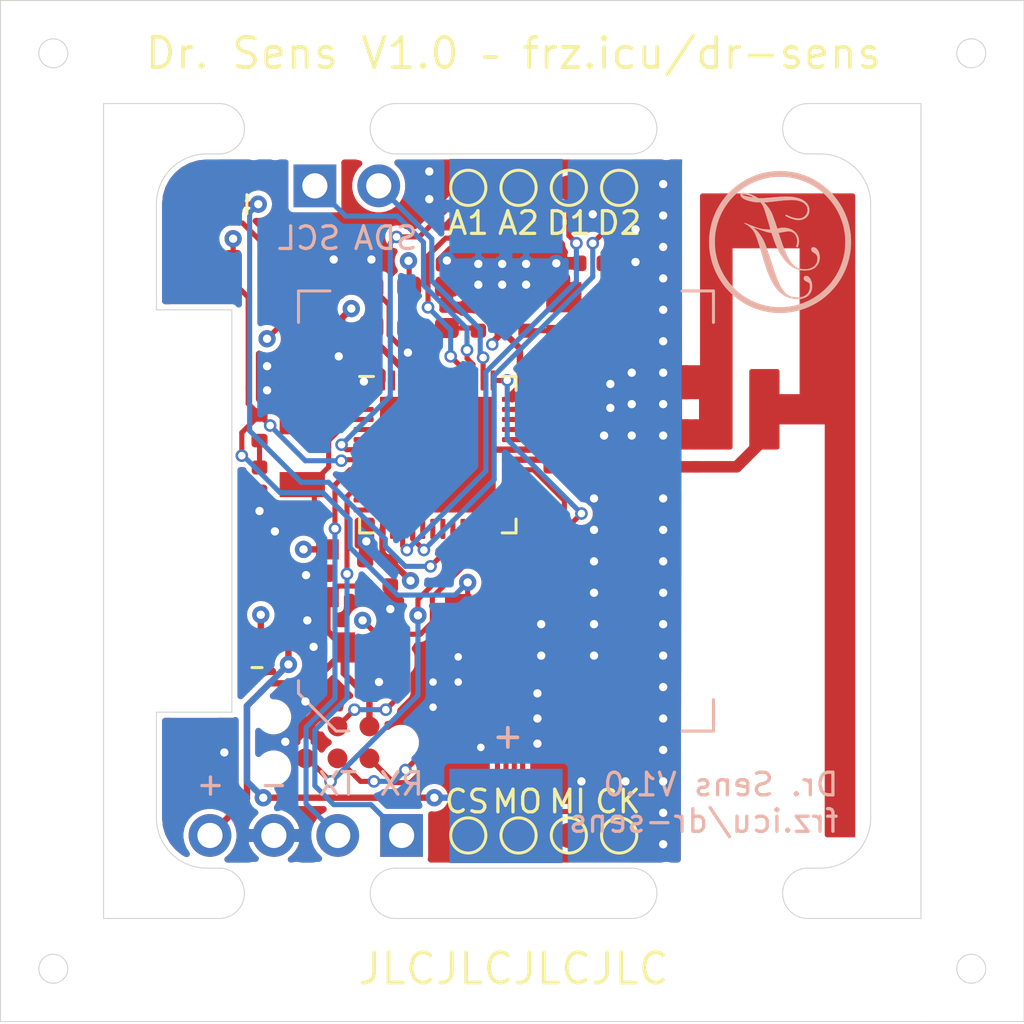
<source format=kicad_pcb>
(kicad_pcb (version 20171130) (host pcbnew "(5.1.8-0-10_14)")
  (layers (0 F.Cu signal) (1 In1.Cu signal) (2 In2.Cu signal) (31 B.Cu signal) (34 B.Paste user) (35 F.Paste user) (36 B.SilkS user) (37 F.SilkS user) (38 B.Mask user) (39 F.Mask user) (44 Edge.Cuts user))
  (net 0 "")
  (net 1 "Net-(AE1-Pad1)")
  (net 2 "Net-(BT1-Pad1)")
  (net 3 GND)
  (net 4 V_SENSE)
  (net 5 "Net-(C2-Pad2)")
  (net 6 "Net-(C3-Pad1)")
  (net 7 VCC)
  (net 8 "Net-(C7-Pad2)")
  (net 9 "Net-(C8-Pad2)")
  (net 10 "Net-(C9-Pad2)")
  (net 11 "Net-(C10-Pad2)")
  (net 12 "Net-(C11-Pad1)")
  (net 13 "Net-(C12-Pad2)")
  (net 14 "Net-(C13-Pad2)")
  (net 15 DISABL_BAT)
  (net 16 SCL)
  (net 17 SDA)
  (net 18 SWDIO)
  (net 19 RESET)
  (net 20 SWDCLK)
  (net 21 SWO)
  (net 22 TX)
  (net 23 RX)
  (net 24 "Net-(U1-Pad4)")
  (net 25 "Net-(U1-Pad5)")
  (net 26 "Net-(U1-Pad11)")
  (net 27 "Net-(U1-Pad12)")
  (net 28 "Net-(U1-Pad14)")
  (net 29 "Net-(U1-Pad22)")
  (net 30 "Net-(U1-Pad23)")
  (net 31 "Net-(U1-Pad44)")
  (net 32 "Net-(U1-Pad47)")
  (net 33 "Net-(U1-Pad42)")
  (net 34 "Net-(U1-Pad9)")
  (net 35 "Net-(TP8-Pad1)")
  (net 36 "Net-(TP7-Pad1)")
  (net 37 LED)
  (net 38 "Net-(TP6-Pad1)")
  (net 39 "Net-(TP5-Pad1)")
  (net 40 "Net-(TP4-Pad1)")
  (net 41 "Net-(TP3-Pad1)")
  (net 42 "Net-(TP2-Pad1)")
  (net 43 "Net-(TP1-Pad1)")
  (net 44 "Net-(D2-Pad2)")
  (net 45 "Net-(U1-Pad41)")
  (net 46 "Net-(U1-Pad19)")
  (net 47 "Net-(U1-Pad18)")
  (net 48 "Net-(U1-Pad17)")
  (net 49 "Net-(J5-Pad1)")
  (net 50 "Net-(L1-Pad2)")
  (net 51 WAKEUP)
  (net 52 "Net-(C15-Pad1)")
  (module Button_Switch_SMD:SW_SPST_REED_14.2mm (layer F.Cu) (at 158.1 110 90)
    (fp_text reference SW1 hide)
    (fp_text value SW_Reed)
    (pad 2 smd rect (at -9.6 0 90) (size 2.5 1.3) (layers F.Cu F.Paste F.Mask) (net 3 GND))
    (pad 1 smd rect (at 9.6 0 90) (size 2.5 1.3) (layers F.Cu F.Paste F.Mask) (net 51 WAKEUP))
  )
  (module Diode_SMD:D_SOD-123 (layer F.Cu) (at 162.4 115.425)
    (fp_text reference D1 hide)
    (fp_text value D)
    (pad 2 smd rect (at 1.65 0) (size 0.9 1.2) (layers F.Cu F.Paste F.Mask) (net 15 DISABL_BAT))
    (pad 1 smd rect (at -1.65 0) (size 0.9 1.2) (layers F.Cu F.Paste F.Mask) (net 7 VCC))
  )
  (module Panelization:mouse-bite-2mm-slot (layer F.Cu) (at 179 125.2 180)
    (fp_text reference mouse-bite-2mm-slot hide)
    (fp_text value VAL** hide)
    (pad "" np_thru_hole circle (at 2.125 0.75 180) (size 0.6 0.6) (drill 0.6) (layers *.Cu *.Mask))
    (pad "" np_thru_hole circle (at 2.125 -0.75 180) (size 0.6 0.6) (drill 0.6) (layers *.Cu *.Mask))
    (pad "" np_thru_hole circle (at 1.275 0.75 180) (size 0.6 0.6) (drill 0.6) (layers *.Cu *.Mask))
    (pad "" np_thru_hole circle (at 1.275 -0.75 180) (size 0.6 0.6) (drill 0.6) (layers *.Cu *.Mask))
    (pad "" np_thru_hole circle (at 0.425 0.75 180) (size 0.6 0.6) (drill 0.6) (layers *.Cu *.Mask))
    (pad "" np_thru_hole circle (at 0.425 -0.75 180) (size 0.6 0.6) (drill 0.6) (layers *.Cu *.Mask))
    (pad "" np_thru_hole circle (at -2.125 0.75 180) (size 0.6 0.6) (drill 0.6) (layers *.Cu *.Mask))
    (pad "" np_thru_hole circle (at -2.125 -0.75 180) (size 0.6 0.6) (drill 0.6) (layers *.Cu *.Mask))
    (pad "" np_thru_hole circle (at -1.275 0.75 180) (size 0.6 0.6) (drill 0.6) (layers *.Cu *.Mask))
    (pad "" np_thru_hole circle (at -1.275 -0.75 180) (size 0.6 0.6) (drill 0.6) (layers *.Cu *.Mask))
    (pad "" np_thru_hole circle (at -0.425 -0.75 180) (size 0.6 0.6) (drill 0.6) (layers *.Cu *.Mask))
    (pad "" np_thru_hole circle (at -0.425 0.75 180) (size 0.6 0.6) (drill 0.6) (layers *.Cu *.Mask))
  )
  (module Panelization:mouse-bite-2mm-slot (layer F.Cu) (at 162.6 125.2 180)
    (fp_text reference mouse-bite-2mm-slot hide)
    (fp_text value VAL** hide)
    (pad "" np_thru_hole circle (at -0.425 0.75 180) (size 0.6 0.6) (drill 0.6) (layers *.Cu *.Mask))
    (pad "" np_thru_hole circle (at -0.425 -0.75 180) (size 0.6 0.6) (drill 0.6) (layers *.Cu *.Mask))
    (pad "" np_thru_hole circle (at -1.275 -0.75 180) (size 0.6 0.6) (drill 0.6) (layers *.Cu *.Mask))
    (pad "" np_thru_hole circle (at -1.275 0.75 180) (size 0.6 0.6) (drill 0.6) (layers *.Cu *.Mask))
    (pad "" np_thru_hole circle (at -2.125 -0.75 180) (size 0.6 0.6) (drill 0.6) (layers *.Cu *.Mask))
    (pad "" np_thru_hole circle (at -2.125 0.75 180) (size 0.6 0.6) (drill 0.6) (layers *.Cu *.Mask))
    (pad "" np_thru_hole circle (at 0.425 -0.75 180) (size 0.6 0.6) (drill 0.6) (layers *.Cu *.Mask))
    (pad "" np_thru_hole circle (at 0.425 0.75 180) (size 0.6 0.6) (drill 0.6) (layers *.Cu *.Mask))
    (pad "" np_thru_hole circle (at 1.275 -0.75 180) (size 0.6 0.6) (drill 0.6) (layers *.Cu *.Mask))
    (pad "" np_thru_hole circle (at 1.275 0.75 180) (size 0.6 0.6) (drill 0.6) (layers *.Cu *.Mask))
    (pad "" np_thru_hole circle (at 2.125 -0.75 180) (size 0.6 0.6) (drill 0.6) (layers *.Cu *.Mask))
    (pad "" np_thru_hole circle (at 2.125 0.75 180) (size 0.6 0.6) (drill 0.6) (layers *.Cu *.Mask))
  )
  (module Panelization:mouse-bite-2mm-slot (layer F.Cu) (at 179 94.8 180)
    (fp_text reference mouse-bite-2mm-slot hide)
    (fp_text value VAL** hide)
    (pad "" np_thru_hole circle (at -0.425 0.75 180) (size 0.6 0.6) (drill 0.6) (layers *.Cu *.Mask))
    (pad "" np_thru_hole circle (at -0.425 -0.75 180) (size 0.6 0.6) (drill 0.6) (layers *.Cu *.Mask))
    (pad "" np_thru_hole circle (at -1.275 -0.75 180) (size 0.6 0.6) (drill 0.6) (layers *.Cu *.Mask))
    (pad "" np_thru_hole circle (at -1.275 0.75 180) (size 0.6 0.6) (drill 0.6) (layers *.Cu *.Mask))
    (pad "" np_thru_hole circle (at -2.125 -0.75 180) (size 0.6 0.6) (drill 0.6) (layers *.Cu *.Mask))
    (pad "" np_thru_hole circle (at -2.125 0.75 180) (size 0.6 0.6) (drill 0.6) (layers *.Cu *.Mask))
    (pad "" np_thru_hole circle (at 0.425 -0.75 180) (size 0.6 0.6) (drill 0.6) (layers *.Cu *.Mask))
    (pad "" np_thru_hole circle (at 0.425 0.75 180) (size 0.6 0.6) (drill 0.6) (layers *.Cu *.Mask))
    (pad "" np_thru_hole circle (at 1.275 -0.75 180) (size 0.6 0.6) (drill 0.6) (layers *.Cu *.Mask))
    (pad "" np_thru_hole circle (at 1.275 0.75 180) (size 0.6 0.6) (drill 0.6) (layers *.Cu *.Mask))
    (pad "" np_thru_hole circle (at 2.125 -0.75 180) (size 0.6 0.6) (drill 0.6) (layers *.Cu *.Mask))
    (pad "" np_thru_hole circle (at 2.125 0.75 180) (size 0.6 0.6) (drill 0.6) (layers *.Cu *.Mask))
  )
  (module Panelization:mouse-bite-2mm-slot (layer F.Cu) (at 162.6 94.8 180)
    (fp_text reference mouse-bite-2mm-slot hide)
    (fp_text value VAL** hide)
    (pad "" np_thru_hole circle (at 2.125 0.75 180) (size 0.6 0.6) (drill 0.6) (layers *.Cu *.Mask))
    (pad "" np_thru_hole circle (at 2.125 -0.75 180) (size 0.6 0.6) (drill 0.6) (layers *.Cu *.Mask))
    (pad "" np_thru_hole circle (at 1.275 0.75 180) (size 0.6 0.6) (drill 0.6) (layers *.Cu *.Mask))
    (pad "" np_thru_hole circle (at 1.275 -0.75 180) (size 0.6 0.6) (drill 0.6) (layers *.Cu *.Mask))
    (pad "" np_thru_hole circle (at 0.425 0.75 180) (size 0.6 0.6) (drill 0.6) (layers *.Cu *.Mask))
    (pad "" np_thru_hole circle (at 0.425 -0.75 180) (size 0.6 0.6) (drill 0.6) (layers *.Cu *.Mask))
    (pad "" np_thru_hole circle (at -2.125 0.75 180) (size 0.6 0.6) (drill 0.6) (layers *.Cu *.Mask))
    (pad "" np_thru_hole circle (at -2.125 -0.75 180) (size 0.6 0.6) (drill 0.6) (layers *.Cu *.Mask))
    (pad "" np_thru_hole circle (at -1.275 0.75 180) (size 0.6 0.6) (drill 0.6) (layers *.Cu *.Mask))
    (pad "" np_thru_hole circle (at -1.275 -0.75 180) (size 0.6 0.6) (drill 0.6) (layers *.Cu *.Mask))
    (pad "" np_thru_hole circle (at -0.425 -0.75 180) (size 0.6 0.6) (drill 0.6) (layers *.Cu *.Mask))
    (pad "" np_thru_hole circle (at -0.425 0.75 180) (size 0.6 0.6) (drill 0.6) (layers *.Cu *.Mask))
  )
  (module Crystal:Crystal_SMD_3215-2Pin_3.2x1.5mm (layer F.Cu) (at 162.4 107.7 90)
    (fp_text reference Y1 hide)
    (fp_text value 32.768kHz)
    (pad 2 smd rect (at -1.25 0 90) (size 1 1.8) (layers F.Cu F.Paste F.Mask) (net 6 "Net-(C3-Pad1)"))
    (pad 1 smd rect (at 1.25 0 90) (size 1 1.8) (layers F.Cu F.Paste F.Mask) (net 5 "Net-(C2-Pad2)"))
  )
  (module Crystal:Crystal_SMD_3225-4Pin_3.2x2.5mm (layer F.Cu) (at 173.9 102.35 180)
    (fp_text reference Y2 hide)
    (fp_text value 32MHz)
    (pad 2 smd rect (at -1.1 -0.85 180) (size 1.4 1.2) (layers F.Cu F.Paste F.Mask) (net 3 GND))
    (pad 3 smd rect (at 1.1 -0.85 180) (size 1.4 1.2) (layers F.Cu F.Paste F.Mask) (net 14 "Net-(C13-Pad2)"))
    (pad 2 smd rect (at 1.1 0.85 180) (size 1.4 1.2) (layers F.Cu F.Paste F.Mask) (net 3 GND))
    (pad 1 smd rect (at -1.1 0.85 180) (size 1.4 1.2) (layers F.Cu F.Paste F.Mask) (net 13 "Net-(C12-Pad2)"))
  )
  (module Logos:Logo_5.6mm (layer B.Cu) (at 181.4 99.3 180)
    (fp_text reference G*** hide)
    (fp_text value LOGO hide)
  )
  (module Connector_Coaxial:U.FL_Hirose_U.FL-R-SMT-1_Vertical (layer F.Cu) (at 174.25 118.25 270)
    (fp_text reference J5 hide)
    (fp_text value U.FL)
    (pad 2 smd rect (at 0.475 -1.475 270) (size 2.2 1.05) (layers F.Cu F.Paste F.Mask) (net 3 GND))
    (pad 1 smd rect (at -1.05 0 270) (size 1.05 1) (layers F.Cu F.Paste F.Mask) (net 49 "Net-(J5-Pad1)"))
    (pad 2 smd rect (at 0.475 1.475 270) (size 2.2 1.05) (layers F.Cu F.Paste F.Mask) (net 3 GND))
  )
  (module Connector:Tag-Connect_TC2030-IDC-NL_2x03_P1.27mm_Vertical (layer F.Cu) (at 163.8 119.2 180)
    (fp_text reference J3 hide)
    (fp_text value TC2030)
    (pad 6 connect circle (at 1.27 -0.635 180) (size 0.7874 0.7874) (layers F.Cu F.Mask) (net 21 SWO))
    (pad 5 connect circle (at 1.27 0.635 180) (size 0.7874 0.7874) (layers F.Cu F.Mask) (net 3 GND))
    (pad 4 connect circle (at 0 -0.635 180) (size 0.7874 0.7874) (layers F.Cu F.Mask) (net 20 SWDCLK))
    (pad 3 connect circle (at 0 0.635 180) (size 0.7874 0.7874) (layers F.Cu F.Mask) (net 19 RESET))
    (pad 2 connect circle (at -1.27 -0.635 180) (size 0.7874 0.7874) (layers F.Cu F.Mask) (net 18 SWDIO))
    (pad 1 connect circle (at -1.27 0.635 180) (size 0.7874 0.7874) (layers F.Cu F.Mask) (net 15 DISABL_BAT))
    (pad "" np_thru_hole circle (at -2.54 0 180) (size 0.9906 0.9906) (drill 0.9906) (layers *.Cu *.Mask))
    (pad "" np_thru_hole circle (at 2.54 1.016 180) (size 0.9906 0.9906) (drill 0.9906) (layers *.Cu *.Mask))
    (pad "" np_thru_hole circle (at 2.54 -1.016 180) (size 0.9906 0.9906) (drill 0.9906) (layers *.Cu *.Mask))
  )
  (module Connector_PinHeader_2.54mm:PinHeader_1x04_P2.54mm_Vertical (layer F.Cu) (at 166.35 122.9 270)
    (fp_text reference J2 hide)
    (fp_text value PWR-SERIAL-CONN)
    (pad 4 thru_hole oval (at 0 7.62 270) (size 1.7 1.7) (drill 1) (layers *.Cu *.Mask) (net 15 DISABL_BAT))
    (pad 3 thru_hole oval (at 0 5.08 270) (size 1.7 1.7) (drill 1) (layers *.Cu *.Mask) (net 3 GND))
    (pad 2 thru_hole oval (at 0 2.54 270) (size 1.7 1.7) (drill 1) (layers *.Cu *.Mask) (net 22 TX))
    (pad 1 thru_hole rect (at 0 0 270) (size 1.7 1.7) (drill 1) (layers *.Cu *.Mask) (net 23 RX))
  )
  (module Connector_PinSocket_2.54mm:PinSocket_1x02_P2.54mm_Vertical (layer F.Cu) (at 162.9 97.07 90)
    (fp_text reference J1 hide)
    (fp_text value I2C-Conn)
    (pad 2 thru_hole oval (at 0 2.54 90) (size 1.7 1.7) (drill 1) (layers *.Cu *.Mask) (net 17 SDA))
    (pad 1 thru_hole rect (at 0 0 90) (size 1.7 1.7) (drill 1) (layers *.Cu *.Mask) (net 16 SCL))
  )
  (module Package_DFN_QFN:QFN-48-1EP_6x6mm_P0.4mm_EP4.6x4.6mm (layer F.Cu) (at 167.79 107.76)
    (fp_text reference U1 hide)
    (fp_text value nRF52832-QFxx)
    (pad 49 smd rect (at 0 0) (size 4.6 4.6) (layers F.Cu F.Mask) (net 3 GND))
    (pad 48 smd roundrect (at -2.2 -2.95) (size 0.2 0.8) (layers F.Cu F.Paste F.Mask) (net 7 VCC))
    (pad 47 smd roundrect (at -1.8 -2.95) (size 0.2 0.8) (layers F.Cu F.Paste F.Mask) (net 32 "Net-(U1-Pad47)"))
    (pad 46 smd roundrect (at -1.4 -2.95) (size 0.2 0.8) (layers F.Cu F.Paste F.Mask) (net 8 "Net-(C7-Pad2)"))
    (pad 45 smd roundrect (at -1 -2.95) (size 0.2 0.8) (layers F.Cu F.Paste F.Mask) (net 3 GND))
    (pad 44 smd roundrect (at -0.6 -2.95) (size 0.2 0.8) (layers F.Cu F.Paste F.Mask) (net 31 "Net-(U1-Pad44)"))
    (pad 43 smd roundrect (at -0.2 -2.95) (size 0.2 0.8) (layers F.Cu F.Paste F.Mask) (net 4 V_SENSE))
    (pad 42 smd roundrect (at 0.2 -2.95) (size 0.2 0.8) (layers F.Cu F.Paste F.Mask) (net 33 "Net-(U1-Pad42)"))
    (pad 41 smd roundrect (at 0.6 -2.95) (size 0.2 0.8) (layers F.Cu F.Paste F.Mask) (net 45 "Net-(U1-Pad41)"))
    (pad 40 smd roundrect (at 1 -2.95) (size 0.2 0.8) (layers F.Cu F.Paste F.Mask) (net 36 "Net-(TP7-Pad1)"))
    (pad 39 smd roundrect (at 1.4 -2.95) (size 0.2 0.8) (layers F.Cu F.Paste F.Mask) (net 16 SCL))
    (pad 38 smd roundrect (at 1.8 -2.95) (size 0.2 0.8) (layers F.Cu F.Paste F.Mask) (net 17 SDA))
    (pad 37 smd roundrect (at 2.2 -2.95) (size 0.2 0.8) (layers F.Cu F.Paste F.Mask) (net 35 "Net-(TP8-Pad1)"))
    (pad 36 smd roundrect (at 2.95 -2.2) (size 0.8 0.2) (layers F.Cu F.Paste F.Mask) (net 7 VCC))
    (pad 35 smd roundrect (at 2.95 -1.8) (size 0.8 0.2) (layers F.Cu F.Paste F.Mask) (net 14 "Net-(C13-Pad2)"))
    (pad 34 smd roundrect (at 2.95 -1.4) (size 0.8 0.2) (layers F.Cu F.Paste F.Mask) (net 13 "Net-(C12-Pad2)"))
    (pad 33 smd roundrect (at 2.95 -1) (size 0.8 0.2) (layers F.Cu F.Paste F.Mask) (net 9 "Net-(C8-Pad2)"))
    (pad 32 smd roundrect (at 2.95 -0.6) (size 0.8 0.2) (layers F.Cu F.Paste F.Mask) (net 10 "Net-(C9-Pad2)"))
    (pad 31 smd roundrect (at 2.95 -0.2) (size 0.8 0.2) (layers F.Cu F.Paste F.Mask) (net 3 GND))
    (pad 30 smd roundrect (at 2.95 0.2) (size 0.8 0.2) (layers F.Cu F.Paste F.Mask) (net 12 "Net-(C11-Pad1)"))
    (pad 29 smd roundrect (at 2.95 0.6) (size 0.8 0.2) (layers F.Cu F.Paste F.Mask) (net 38 "Net-(TP6-Pad1)"))
    (pad 28 smd roundrect (at 2.95 1) (size 0.8 0.2) (layers F.Cu F.Paste F.Mask) (net 39 "Net-(TP5-Pad1)"))
    (pad 27 smd roundrect (at 2.95 1.4) (size 0.8 0.2) (layers F.Cu F.Paste F.Mask) (net 40 "Net-(TP4-Pad1)"))
    (pad 26 smd roundrect (at 2.95 1.8) (size 0.8 0.2) (layers F.Cu F.Paste F.Mask) (net 18 SWDIO))
    (pad 25 smd roundrect (at 2.95 2.2) (size 0.8 0.2) (layers F.Cu F.Paste F.Mask) (net 20 SWDCLK))
    (pad 24 smd roundrect (at 2.2 2.95) (size 0.2 0.8) (layers F.Cu F.Paste F.Mask) (net 19 RESET))
    (pad 23 smd roundrect (at 1.8 2.95) (size 0.2 0.8) (layers F.Cu F.Paste F.Mask) (net 30 "Net-(U1-Pad23)"))
    (pad 22 smd roundrect (at 1.4 2.95) (size 0.2 0.8) (layers F.Cu F.Paste F.Mask) (net 29 "Net-(U1-Pad22)"))
    (pad 21 smd roundrect (at 1 2.95) (size 0.2 0.8) (layers F.Cu F.Paste F.Mask) (net 21 SWO))
    (pad 20 smd roundrect (at 0.6 2.95) (size 0.2 0.8) (layers F.Cu F.Paste F.Mask) (net 37 LED))
    (pad 19 smd roundrect (at 0.2 2.95) (size 0.2 0.8) (layers F.Cu F.Paste F.Mask) (net 46 "Net-(U1-Pad19)"))
    (pad 18 smd roundrect (at -0.2 2.95) (size 0.2 0.8) (layers F.Cu F.Paste F.Mask) (net 47 "Net-(U1-Pad18)"))
    (pad 17 smd roundrect (at -0.6 2.95) (size 0.2 0.8) (layers F.Cu F.Paste F.Mask) (net 48 "Net-(U1-Pad17)"))
    (pad 16 smd roundrect (at -1 2.95) (size 0.2 0.8) (layers F.Cu F.Paste F.Mask) (net 41 "Net-(TP3-Pad1)"))
    (pad 15 smd roundrect (at -1.4 2.95) (size 0.2 0.8) (layers F.Cu F.Paste F.Mask) (net 42 "Net-(TP2-Pad1)"))
    (pad 14 smd roundrect (at -1.8 2.95) (size 0.2 0.8) (layers F.Cu F.Paste F.Mask) (net 28 "Net-(U1-Pad14)"))
    (pad 13 smd roundrect (at -2.2 2.95) (size 0.2 0.8) (layers F.Cu F.Paste F.Mask) (net 7 VCC))
    (pad 12 smd roundrect (at -2.95 2.2) (size 0.8 0.2) (layers F.Cu F.Paste F.Mask) (net 27 "Net-(U1-Pad12)"))
    (pad 11 smd roundrect (at -2.95 1.8) (size 0.8 0.2) (layers F.Cu F.Paste F.Mask) (net 26 "Net-(U1-Pad11)"))
    (pad 10 smd roundrect (at -2.95 1.4) (size 0.8 0.2) (layers F.Cu F.Paste F.Mask) (net 23 RX))
    (pad 9 smd roundrect (at -2.95 1) (size 0.8 0.2) (layers F.Cu F.Paste F.Mask) (net 34 "Net-(U1-Pad9)"))
    (pad 8 smd roundrect (at -2.95 0.6) (size 0.8 0.2) (layers F.Cu F.Paste F.Mask) (net 22 TX))
    (pad 7 smd roundrect (at -2.95 0.2) (size 0.8 0.2) (layers F.Cu F.Paste F.Mask) (net 51 WAKEUP))
    (pad 6 smd roundrect (at -2.95 -0.2) (size 0.8 0.2) (layers F.Cu F.Paste F.Mask) (net 43 "Net-(TP1-Pad1)"))
    (pad 5 smd roundrect (at -2.95 -0.6) (size 0.8 0.2) (layers F.Cu F.Paste F.Mask) (net 25 "Net-(U1-Pad5)"))
    (pad 4 smd roundrect (at -2.95 -1) (size 0.8 0.2) (layers F.Cu F.Paste F.Mask) (net 24 "Net-(U1-Pad4)"))
    (pad 3 smd roundrect (at -2.95 -1.4) (size 0.8 0.2) (layers F.Cu F.Paste F.Mask) (net 6 "Net-(C3-Pad1)"))
    (pad 2 smd roundrect (at -2.95 -1.8) (size 0.8 0.2) (layers F.Cu F.Paste F.Mask) (net 5 "Net-(C2-Pad2)"))
    (pad 1 smd roundrect (at -2.95 -2.2) (size 0.8 0.2) (layers F.Cu F.Paste F.Mask) (net 11 "Net-(C10-Pad2)"))
  )
  (module LED_SMD:LED_0603_1608Metric (layer F.Cu) (at 158.8 97.8 180)
    (fp_text reference D2 hide)
    (fp_text value "LED PINK")
    (pad 2 smd roundrect (at 0.7875 0 180) (size 0.875 0.95) (layers F.Cu F.Paste F.Mask) (net 44 "Net-(D2-Pad2)"))
    (pad 1 smd roundrect (at -0.7875 0 180) (size 0.875 0.95) (layers F.Cu F.Paste F.Mask) (net 37 LED))
  )
  (module TestPoint:TestPoint_Pad_D1.0mm (layer F.Cu) (at 171 122.9)
    (fp_text reference TP5 hide)
    (fp_text value MOSI)
    (pad 1 smd circle (at 0 0) (size 1 1) (layers F.Cu F.Mask) (net 39 "Net-(TP5-Pad1)"))
  )
  (module TestPoint:TestPoint_Pad_D1.0mm (layer F.Cu) (at 173 122.9)
    (fp_text reference TP6 hide)
    (fp_text value MISO)
    (pad 1 smd circle (at 0 0) (size 1 1) (layers F.Cu F.Mask) (net 38 "Net-(TP6-Pad1)"))
  )
  (module TestPoint:TestPoint_Pad_D1.0mm (layer F.Cu) (at 175 122.9)
    (fp_text reference TP8 hide)
    (fp_text value SCK)
    (pad 1 smd circle (at 0 0) (size 1 1) (layers F.Cu F.Mask) (net 35 "Net-(TP8-Pad1)"))
  )
  (module Resistor_SMD:R_0603_1608Metric (layer F.Cu) (at 168.15 101.9 90)
    (fp_text reference R4 hide)
    (fp_text value 10MΩ)
    (pad 2 smd roundrect (at 0.825 0 90) (size 0.8 0.95) (layers F.Cu F.Paste F.Mask) (net 3 GND))
    (pad 1 smd roundrect (at -0.825 0 90) (size 0.8 0.95) (layers F.Cu F.Paste F.Mask) (net 4 V_SENSE))
  )
  (module Resistor_SMD:R_0603_1608Metric (layer F.Cu) (at 166.65 101.9 270)
    (fp_text reference R3 hide)
    (fp_text value 4.7MΩ)
    (pad 2 smd roundrect (at 0.825 0 270) (size 0.8 0.95) (layers F.Cu F.Paste F.Mask) (net 4 V_SENSE))
    (pad 1 smd roundrect (at -0.825 0 270) (size 0.8 0.95) (layers F.Cu F.Paste F.Mask) (net 7 VCC))
  )
  (module Resistor_SMD:R_0402_1005Metric (layer F.Cu) (at 164.9 112.475 90)
    (fp_text reference R2 hide)
    (fp_text value 100kΩ)
    (pad 2 smd roundrect (at 0.51 0 90) (size 0.54 0.64) (layers F.Cu F.Paste F.Mask) (net 3 GND))
    (pad 1 smd roundrect (at -0.51 0 90) (size 0.54 0.64) (layers F.Cu F.Paste F.Mask) (net 15 DISABL_BAT))
  )
  (module Package_TO_SOT_SMD:SOT-23 (layer F.Cu) (at 162.4 112.475 180)
    (fp_text reference Q1 hide)
    (fp_text value AO3401A)
    (pad 3 smd rect (at 1 0 180) (size 0.9 0.8) (layers F.Cu F.Paste F.Mask) (net 2 "Net-(BT1-Pad1)"))
    (pad 2 smd rect (at -1 0.95 180) (size 0.9 0.8) (layers F.Cu F.Paste F.Mask) (net 7 VCC))
    (pad 1 smd rect (at -1 -0.95 180) (size 0.9 0.8) (layers F.Cu F.Paste F.Mask) (net 15 DISABL_BAT))
  )
  (module Inductor_SMD:L_0402_1005Metric (layer F.Cu) (at 173.8 108.24)
    (fp_text reference L1 hide)
    (fp_text value 3.9nH)
    (pad 2 smd roundrect (at 0.485 0) (size 0.59 0.64) (layers F.Cu F.Paste F.Mask) (net 50 "Net-(L1-Pad2)"))
    (pad 1 smd roundrect (at -0.485 0) (size 0.59 0.64) (layers F.Cu F.Paste F.Mask) (net 12 "Net-(C11-Pad1)"))
  )
  (module Capacitor_SMD:C_0402_1005Metric (layer F.Cu) (at 171.3 102.35 270)
    (fp_text reference C13 hide)
    (fp_text value 16pF)
    (pad 2 smd roundrect (at 0.48 0 270) (size 0.56 0.62) (layers F.Cu F.Paste F.Mask) (net 14 "Net-(C13-Pad2)"))
    (pad 1 smd roundrect (at -0.48 0 270) (size 0.56 0.62) (layers F.Cu F.Paste F.Mask) (net 3 GND))
  )
  (module Capacitor_SMD:C_0402_1005Metric (layer F.Cu) (at 173.9 100.15)
    (fp_text reference C12 hide)
    (fp_text value 16pF)
    (pad 2 smd roundrect (at 0.48 0) (size 0.56 0.62) (layers F.Cu F.Paste F.Mask) (net 13 "Net-(C12-Pad2)"))
    (pad 1 smd roundrect (at -0.48 0) (size 0.56 0.62) (layers F.Cu F.Paste F.Mask) (net 3 GND))
  )
  (module Capacitor_SMD:C_0402_1005Metric (layer F.Cu) (at 172.3 107.75 90)
    (fp_text reference C11 hide)
    (fp_text value 0.8pF)
    (pad 2 smd roundrect (at 0.48 0 90) (size 0.56 0.62) (layers F.Cu F.Paste F.Mask) (net 3 GND))
    (pad 1 smd roundrect (at -0.48 0 90) (size 0.56 0.62) (layers F.Cu F.Paste F.Mask) (net 12 "Net-(C11-Pad1)"))
  )
  (module Capacitor_SMD:C_0402_1005Metric (layer F.Cu) (at 162.4 104.24)
    (fp_text reference C10 hide)
    (fp_text value 100nF)
    (pad 2 smd roundrect (at 0.48 0) (size 0.56 0.62) (layers F.Cu F.Paste F.Mask) (net 11 "Net-(C10-Pad2)"))
    (pad 1 smd roundrect (at -0.48 0) (size 0.56 0.62) (layers F.Cu F.Paste F.Mask) (net 3 GND))
  )
  (module Capacitor_SMD:C_0402_1005Metric (layer F.Cu) (at 173.25 105.9 180)
    (fp_text reference C9 hide)
    (fp_text value DNP)
    (pad 2 smd roundrect (at 0.48 0 180) (size 0.56 0.62) (layers F.Cu F.Paste F.Mask) (net 10 "Net-(C9-Pad2)"))
    (pad 1 smd roundrect (at -0.48 0 180) (size 0.56 0.62) (layers F.Cu F.Paste F.Mask) (net 3 GND))
  )
  (module Capacitor_SMD:C_0402_1005Metric (layer F.Cu) (at 173.25 104.95 180)
    (fp_text reference C8 hide)
    (fp_text value 100pF)
    (pad 2 smd roundrect (at 0.48 0 180) (size 0.56 0.62) (layers F.Cu F.Paste F.Mask) (net 9 "Net-(C8-Pad2)"))
    (pad 1 smd roundrect (at -0.48 0 180) (size 0.56 0.62) (layers F.Cu F.Paste F.Mask) (net 3 GND))
  )
  (module Capacitor_SMD:C_0603_1608Metric (layer F.Cu) (at 165.15 101.9 270)
    (fp_text reference C7 hide)
    (fp_text value 1.0µF)
    (pad 2 smd roundrect (at 0.775 0 270) (size 0.9 0.95) (layers F.Cu F.Paste F.Mask) (net 8 "Net-(C7-Pad2)"))
    (pad 1 smd roundrect (at -0.775 0 270) (size 0.9 0.95) (layers F.Cu F.Paste F.Mask) (net 3 GND))
  )
  (module Capacitor_SMD:C_0603_1608Metric (layer F.Cu) (at 163.65 101.9 90)
    (fp_text reference C6 hide)
    (fp_text value 4.7µF)
    (pad 2 smd roundrect (at 0.775 0 90) (size 0.9 0.95) (layers F.Cu F.Paste F.Mask) (net 3 GND))
    (pad 1 smd roundrect (at -0.775 0 90) (size 0.9 0.95) (layers F.Cu F.Paste F.Mask) (net 7 VCC))
  )
  (module Capacitor_SMD:C_0402_1005Metric (layer F.Cu) (at 170.35 102.35 90)
    (fp_text reference C5 hide)
    (fp_text value 100nF)
    (pad 2 smd roundrect (at 0.48 0 90) (size 0.56 0.62) (layers F.Cu F.Paste F.Mask) (net 3 GND))
    (pad 1 smd roundrect (at -0.48 0 90) (size 0.56 0.62) (layers F.Cu F.Paste F.Mask) (net 7 VCC))
  )
  (module Capacitor_SMD:C_0402_1005Metric (layer F.Cu) (at 165.9 112.475 270)
    (fp_text reference C4 hide)
    (fp_text value 100nF)
    (pad 2 smd roundrect (at 0.48 0 270) (size 0.56 0.62) (layers F.Cu F.Paste F.Mask) (net 3 GND))
    (pad 1 smd roundrect (at -0.48 0 270) (size 0.56 0.62) (layers F.Cu F.Paste F.Mask) (net 7 VCC))
  )
  (module Capacitor_SMD:C_0402_1005Metric (layer F.Cu) (at 162.4 110.2 180)
    (fp_text reference C3 hide)
    (fp_text value 16pF)
    (pad 2 smd roundrect (at 0.48 0 180) (size 0.56 0.62) (layers F.Cu F.Paste F.Mask) (net 3 GND))
    (pad 1 smd roundrect (at -0.48 0 180) (size 0.56 0.62) (layers F.Cu F.Paste F.Mask) (net 6 "Net-(C3-Pad1)"))
  )
  (module Capacitor_SMD:C_0402_1005Metric (layer F.Cu) (at 162.4 105.2)
    (fp_text reference C2 hide)
    (fp_text value 16pF)
    (pad 2 smd roundrect (at 0.48 0) (size 0.56 0.62) (layers F.Cu F.Paste F.Mask) (net 5 "Net-(C2-Pad2)"))
    (pad 1 smd roundrect (at -0.48 0) (size 0.56 0.62) (layers F.Cu F.Paste F.Mask) (net 3 GND))
  )
  (module Capacitor_SMD:C_0402_1005Metric (layer F.Cu) (at 169.4 102.35 270)
    (fp_text reference C1 hide)
    (fp_text value 10nF)
    (pad 2 smd roundrect (at 0.48 0 270) (size 0.56 0.62) (layers F.Cu F.Paste F.Mask) (net 4 V_SENSE))
    (pad 1 smd roundrect (at -0.48 0 270) (size 0.56 0.62) (layers F.Cu F.Paste F.Mask) (net 3 GND))
  )
  (module Resistor_SMD:R_0603_1608Metric (layer F.Cu) (at 162.15 101.9 90)
    (fp_text reference R5 hide)
    (fp_text value 1kΩ)
    (pad 2 smd roundrect (at 0.825 0 90) (size 0.8 0.95) (layers F.Cu F.Paste F.Mask) (net 44 "Net-(D2-Pad2)"))
    (pad 1 smd roundrect (at -0.825 0 90) (size 0.8 0.95) (layers F.Cu F.Paste F.Mask) (net 7 VCC))
  )
  (module TestPoint:TestPoint_Pad_D1.0mm (layer F.Cu) (at 169 97.15)
    (fp_text reference TP1 hide)
    (fp_text value A1)
    (pad 1 smd circle (at 0 0) (size 1 1) (layers F.Cu F.Mask) (net 43 "Net-(TP1-Pad1)"))
  )
  (module TestPoint:TestPoint_Pad_D1.0mm (layer F.Cu) (at 173 97.15)
    (fp_text reference TP2 hide)
    (fp_text value D1)
    (pad 1 smd circle (at 0 0) (size 1 1) (layers F.Cu F.Mask) (net 42 "Net-(TP2-Pad1)"))
  )
  (module TestPoint:TestPoint_Pad_D1.0mm (layer F.Cu) (at 175 97.15)
    (fp_text reference TP3 hide)
    (fp_text value D2)
    (pad 1 smd circle (at 0 0) (size 1 1) (layers F.Cu F.Mask) (net 41 "Net-(TP3-Pad1)"))
  )
  (module TestPoint:TestPoint_Pad_D1.0mm (layer F.Cu) (at 169 122.9)
    (fp_text reference TP4 hide)
    (fp_text value CS)
    (pad 1 smd circle (at 0 0) (size 1 1) (layers F.Cu F.Mask) (net 40 "Net-(TP4-Pad1)"))
  )
  (module TestPoint:TestPoint_Pad_D1.0mm (layer F.Cu) (at 171 97.15)
    (fp_text reference TP7 hide)
    (fp_text value A2)
    (pad 1 smd circle (at 0 0) (size 1 1) (layers F.Cu F.Mask) (net 36 "Net-(TP7-Pad1)"))
  )
  (module Battery:BatteryHolder_MYOUNG_BS-16-B4AK003 (layer B.Cu) (at 170.5 110 90)
    (fp_text reference BT1 hide)
    (fp_text value Battery_Cell)
    (fp_text user + (at -9 0 90) (layer B.SilkS) (effects (justify mirror)))
    (pad 2 smd rect (at 12.125 0 90) (size 3.75 4.5) (layers B.Cu B.Paste B.Mask) (net 3 GND))
    (pad 1 smd rect (at -12.125 0 90) (size 3.75 4.5) (layers B.Cu B.Paste B.Mask) (net 2 "Net-(BT1-Pad1)"))
  )
  (module Capacitor_SMD:C_0402_1005Metric (layer F.Cu) (at 165.9 115.95)
    (fp_text reference C14 hide)
    (fp_text value DNP)
    (pad 2 smd roundrect (at 0.48 0) (size 0.56 0.62) (layers F.Cu F.Paste F.Mask) (net 19 RESET))
    (pad 1 smd roundrect (at -0.48 0) (size 0.56 0.62) (layers F.Cu F.Paste F.Mask) (net 3 GND))
  )
  (module Resistor_SMD:R_0402_1005Metric (layer F.Cu) (at 175.64 108.24 180)
    (fp_text reference R6 hide)
    (fp_text value 0Ω)
    (pad 2 smd roundrect (at 0.51 0 180) (size 0.54 0.64) (layers F.Cu F.Paste F.Mask) (net 50 "Net-(L1-Pad2)"))
    (pad 1 smd roundrect (at -0.51 0 180) (size 0.54 0.64) (layers F.Cu F.Paste F.Mask) (net 1 "Net-(AE1-Pad1)"))
  )
  (module Resistor_SMD:R_0402_1005Metric (layer F.Cu) (at 175.13 108.75 270)
    (fp_text reference R7 hide)
    (fp_text value DNP)
    (pad 2 smd roundrect (at 0.51 0 270) (size 0.54 0.64) (layers F.Cu F.Paste F.Mask) (net 49 "Net-(J5-Pad1)"))
    (pad 1 smd roundrect (at -0.51 0 270) (size 0.54 0.64) (layers F.Cu F.Paste F.Mask) (net 50 "Net-(L1-Pad2)"))
  )
  (module RF_Antenna:Texas_SWRR034C_2.4GHz_Right (layer F.Cu) (at 185 110 270)
    (fp_text reference AE1 hide)
    (fp_text value Antenna_Shield)
    (fp_poly (pts (xy -5.6945 6.68331) (xy -12.5271 6.68331) (xy -12.5271 0.714309) (xy 12.8729 0.714309) (xy 12.8729 1.72523) (xy -3.54566 1.72523) (xy -3.54566 3.72421) (xy -2.5449 3.72421) (xy -2.5449 4.72497) (xy -5.54464 4.72497) (xy -5.54464 3.72421) (xy -4.54643 3.72421) (xy -4.54643 2.72345) (xy -10.5459 2.72345) (xy -10.5459 5.59111) (xy -2.5449 5.59111) (xy -2.5449 6.985) (xy -3.54566 6.985) (xy -3.54566 6.72395) (xy -4.54643 6.72395) (xy -4.54643 6.985) (xy -5.6945 6.985)) (layer F.Cu) (width 0.2032))
    (fp_line (start -1.7575 6.985) (end -1.7575 5.32949) (layer F.Cu) (width 0.4572))
    (fp_line (start -1.7575 5.32949) (end -2.61094 4.47605) (layer F.Cu) (width 0.4572))
    (pad 2 smd rect (at -3.048 7.493 270) (size 1.20396 0.5) (layers F.Cu) (net 3 GND))
    (pad 2 smd rect (at -5.12047 7.239 270) (size 1.35128 0.5) (layers F.Cu) (net 3 GND))
    (pad 1 smd rect (at -1.7575 7.34371 270) (size 0.4572 1) (layers F.Cu) (net 1 "Net-(AE1-Pad1)"))
    (pad 1 smd rect (at -1.7575 7.85171 270) (size 0.4572 0.4572) (layers F.Cu) (net 1 "Net-(AE1-Pad1)"))
    (pad 2 smd rect (at -5.12047 7.493 270) (size 1.35128 0.5) (layers F.Cu) (net 3 GND))
    (pad 2 smd rect (at -3.04528 7.15716 270) (size 1.20396 0.5) (layers F.Cu) (net 3 GND))
  )
  (module Capacitor_SMD:C_0402_1005Metric (layer F.Cu) (at 160.7 108.75 270)
    (fp_text reference C15 hide)
    (fp_text value 100nF)
    (pad 2 smd roundrect (at 0.48 0 270) (size 0.56 0.62) (layers F.Cu F.Paste F.Mask) (net 3 GND))
    (pad 1 smd roundrect (at -0.48 0 270) (size 0.56 0.62) (layers F.Cu F.Paste F.Mask) (net 52 "Net-(C15-Pad1)"))
  )
  (module Resistor_SMD:R_0402_1005Metric (layer F.Cu) (at 159.65 100.4 90)
    (fp_text reference R8 hide)
    (fp_text value 1MΩ)
    (pad 2 smd roundrect (at 0.51 0 90) (size 0.54 0.64) (layers F.Cu F.Paste F.Mask) (net 7 VCC))
    (pad 1 smd roundrect (at -0.51 0 90) (size 0.54 0.64) (layers F.Cu F.Paste F.Mask) (net 51 WAKEUP))
  )
  (module Resistor_SMD:R_0402_1005Metric (layer F.Cu) (at 160.7 106.69 90)
    (fp_text reference R9 hide)
    (fp_text value 1kΩ)
    (pad 2 smd roundrect (at 0.51 0 90) (size 0.54 0.64) (layers F.Cu F.Paste F.Mask) (net 51 WAKEUP))
    (pad 1 smd roundrect (at -0.51 0 90) (size 0.54 0.64) (layers F.Cu F.Paste F.Mask) (net 52 "Net-(C15-Pad1)"))
  )
  (module Button_Switch_SMD:SW_DIP_SPSTx01_Push_TSA343G00-250J2 (layer F.Cu) (at 170.8 114.3 180)
    (fp_text reference SW2 hide)
    (fp_text value SW_SPST)
    (pad 1 smd rect (at 2.2 0 180) (size 1.05 2) (layers F.Cu F.Paste F.Mask) (net 51 WAKEUP))
    (pad 2 smd rect (at -2.2 0) (size 1.05 2) (layers F.Cu F.Paste F.Mask) (net 3 GND))
  )
  (module Resistor_SMD:R_0402_1005Metric (layer F.Cu) (at 165.9 114.95 180)
    (fp_text reference R1 hide)
    (fp_text value 10kΩ)
    (pad 1 smd roundrect (at -0.51 0 180) (size 0.54 0.64) (layers F.Cu F.Paste F.Mask) (net 19 RESET))
    (pad 2 smd roundrect (at 0.51 0 180) (size 0.54 0.64) (layers F.Cu F.Paste F.Mask) (net 7 VCC))
  )
  (gr_text "Dr. Sens V1.0 – frz.icu/dr-sens" (at 170.8 91.8) (layer F.SilkS) (effects (font (size 1.2 1.2))))
  (gr_text JLCJLCJLCJLC (at 170.8 128.2) (layer F.SilkS) (effects (font (size 1.2 1.2))))
  (gr_circle (center 152.5 128.2) (end 152.5 128.776) (layer Edge.Cuts) (width 0.0381))
  (gr_circle (center 152.5 91.8) (end 151.924 91.8) (layer Edge.Cuts) (width 0.0381))
  (gr_circle (center 189 91.8) (end 189 91.224) (layer Edge.Cuts) (width 0.0381))
  (gr_circle (center 189 128.2) (end 189.576 128.2) (layer Edge.Cuts) (width 0.0381))
  (gr_line (start 175.5 93.8) (end 166.1 93.8) (layer Edge.Cuts) (width 0.0381))
  (gr_line (start 191.1 130.3) (end 191.1 89.7) (layer Edge.Cuts) (width 0.0381))
  (gr_line (start 187 130.3) (end 191.1 130.3) (layer Edge.Cuts) (width 0.0381))
  (gr_line (start 150.4 130.3) (end 187 130.3) (layer Edge.Cuts) (width 0.0381))
  (gr_line (start 150.4 126.2) (end 150.4 130.3) (layer Edge.Cuts) (width 0.0381))
  (gr_line (start 150.4 89.7) (end 150.4 126.2) (layer Edge.Cuts) (width 0.0381))
  (gr_line (start 154.5 89.7) (end 150.4 89.7) (layer Edge.Cuts) (width 0.0381))
  (gr_line (start 191.1 89.7) (end 154.5 89.7) (layer Edge.Cuts) (width 0.0381))
  (gr_line (start 187 93.8) (end 182.5 93.8) (layer Edge.Cuts) (width 0.0381))
  (gr_line (start 187 126.2) (end 187 93.8) (layer Edge.Cuts) (width 0.0381))
  (gr_line (start 182.5 126.2) (end 187 126.2) (layer Edge.Cuts) (width 0.0381))
  (gr_line (start 166.1 126.2) (end 175.5 126.2) (layer Edge.Cuts) (width 0.0381))
  (gr_line (start 154.5 126.2) (end 159.1 126.2) (layer Edge.Cuts) (width 0.0381))
  (gr_line (start 154.5 93.8) (end 154.5 126.2) (layer Edge.Cuts) (width 0.0381))
  (gr_line (start 159.1 93.8) (end 154.5 93.8) (layer Edge.Cuts) (width 0.0381))
  (gr_line (start 159.1 95.8) (end 158.6 95.8) (layer Edge.Cuts) (width 0.0381))
  (gr_line (start 166.1 95.8) (end 175.5 95.8) (layer Edge.Cuts) (width 0.0381))
  (gr_line (start 182.5 95.8) (end 183 95.8) (layer Edge.Cuts) (width 0.0381))
  (gr_line (start 182.5 124.2) (end 183 124.2) (layer Edge.Cuts) (width 0.0381))
  (gr_line (start 166.1 124.2) (end 175.5 124.2) (layer Edge.Cuts) (width 0.0381))
  (gr_line (start 159.1 124.2) (end 158.6 124.2) (layer Edge.Cuts) (width 0.0381))
  (gr_arc (start 159.1 125.2) (end 159.1 126.2) (angle -180) (layer Edge.Cuts) (width 0.0381))
  (gr_arc (start 166.1 125.2) (end 166.1 124.2) (angle -180) (layer Edge.Cuts) (width 0.0381))
  (gr_arc (start 175.5 125.2) (end 175.5 126.2) (angle -180) (layer Edge.Cuts) (width 0.0381))
  (gr_arc (start 182.5 125.2) (end 182.5 124.2) (angle -180) (layer Edge.Cuts) (width 0.0381))
  (gr_arc (start 182.5 94.8) (end 182.5 93.8) (angle -180) (layer Edge.Cuts) (width 0.0381))
  (gr_arc (start 175.5 94.8) (end 175.5 95.8) (angle -180) (layer Edge.Cuts) (width 0.0381))
  (gr_arc (start 166.1 94.8) (end 166.1 93.8) (angle -180) (layer Edge.Cuts) (width 0.0381))
  (gr_arc (start 159.1 94.8) (end 159.1 95.8) (angle -180) (layer Edge.Cuts) (width 0.0381))
  (gr_text "Dr. Sens V1.0 \nfrz.icu/dr-sens" (at 183.8 121.6) (layer B.SilkS) (effects (font (size 0.9 0.9) (thickness 0.13)) (justify left mirror)))
  (gr_text - (at 161.27 120.85) (layer B.SilkS) (effects (font (size 0.9 0.9) (thickness 0.13)) (justify mirror)))
  (gr_text + (at 158.75 120.85) (layer B.SilkS) (effects (font (size 0.9 0.9) (thickness 0.13)) (justify mirror)))
  (gr_text TX (at 163.81 120.85) (layer B.SilkS) (effects (font (size 0.9 0.9) (thickness 0.13)) (justify mirror)))
  (gr_text RX (at 166.35 120.85) (layer B.SilkS) (effects (font (size 0.9 0.9) (thickness 0.13)) (justify mirror)))
  (gr_text SDA (at 165.715 99.15) (layer B.SilkS) (effects (font (size 0.9 0.9) (thickness 0.13)) (justify mirror)))
  (gr_text SCL (at 162.667 99.15) (layer B.SilkS) (effects (font (size 0.9 0.9) (thickness 0.13)) (justify mirror)))
  (gr_text CS (at 168.95 121.55) (layer F.SilkS) (effects (font (size 0.9 0.9) (thickness 0.13))))
  (gr_text MO (at 170.95 121.55) (layer F.SilkS) (effects (font (size 0.9 0.9) (thickness 0.13))))
  (gr_text MI (at 172.95 121.55) (layer F.SilkS) (effects (font (size 0.9 0.9) (thickness 0.13))))
  (gr_text CK (at 174.95 121.55) (layer F.SilkS) (effects (font (size 0.9 0.9) (thickness 0.13))))
  (gr_text A1 (at 169 98.55) (layer F.SilkS) (effects (font (size 0.9 0.9) (thickness 0.13))))
  (gr_text A2 (at 171 98.55) (layer F.SilkS) (effects (font (size 0.9 0.9) (thickness 0.13))))
  (gr_text D1 (at 173 98.55) (layer F.SilkS) (effects (font (size 0.9 0.9) (thickness 0.13))))
  (gr_text D2 (at 175 98.55) (layer F.SilkS) (effects (font (size 0.9 0.9) (thickness 0.13))))
  (gr_arc (start 158.6 97.8) (end 158.6 95.8) (angle -90) (layer Edge.Cuts) (width 0.0381))
  (gr_arc (start 158.6 122.2) (end 156.6 122.2) (angle -90) (layer Edge.Cuts) (width 0.0381))
  (gr_arc (start 183 122.2) (end 183 124.2) (angle -90) (layer Edge.Cuts) (width 0.0381))
  (gr_arc (start 183 97.8) (end 185 97.8) (angle -90) (layer Edge.Cuts) (width 0.0381))
  (gr_line (start 156.6 102) (end 156.6 97.8) (layer Edge.Cuts) (width 0.0381))
  (gr_line (start 159.6 102) (end 156.6 102) (layer Edge.Cuts) (width 0.0381))
  (gr_line (start 159.6 118) (end 159.6 102) (layer Edge.Cuts) (width 0.0381))
  (gr_line (start 156.6 118) (end 159.6 118) (layer Edge.Cuts) (width 0.0381))
  (gr_line (start 156.6 122.2) (end 156.6 118) (layer Edge.Cuts) (width 0.0381))
  (gr_line (start 185 97.8) (end 185 122.2) (layer Edge.Cuts) (width 0.0381))
  (segment (start 177.14829 108.2425) (end 177.512705 108.2425) (width 0.29337) (layer F.Cu) (net 1))
  (segment (start 177.14579 108.24) (end 177.14829 108.2425) (width 0.29337) (layer F.Cu) (net 1))
  (segment (start 176.15 108.24) (end 177.14579 108.24) (width 0.29337) (layer F.Cu) (net 1))
  (segment (start 161.4 112.475) (end 161.4 113.25) (width 0.254) (layer F.Cu) (net 2))
  (via (at 161.85 116.1) (size 0.6858) (drill 0.3302) (layers F.Cu B.Cu) (net 2))
  (segment (start 161.85 113.7) (end 161.85 116.1) (width 0.254) (layer F.Cu) (net 2))
  (segment (start 161.4 113.25) (end 161.85 113.7) (width 0.254) (layer F.Cu) (net 2))
  (segment (start 161.85 116.1) (end 160.2 117.75) (width 0.254) (layer B.Cu) (net 2))
  (via (at 160.85 121.4) (size 0.6858) (drill 0.3302) (layers F.Cu B.Cu) (net 2))
  (segment (start 160.2 120.75) (end 160.85 121.4) (width 0.254) (layer B.Cu) (net 2))
  (segment (start 160.2 117.75) (end 160.2 120.75) (width 0.254) (layer B.Cu) (net 2))
  (via (at 167.65 121.4) (size 0.6858) (drill 0.3302) (layers F.Cu B.Cu) (net 2))
  (segment (start 169.475 122.125) (end 170.5 122.125) (width 0.254) (layer B.Cu) (net 2))
  (segment (start 168.75 121.4) (end 169.475 122.125) (width 0.254) (layer B.Cu) (net 2))
  (segment (start 167.65 121.4) (end 168.75 121.4) (width 0.254) (layer B.Cu) (net 2))
  (segment (start 160.85 121.4) (end 167.65 121.4) (width 0.254) (layer F.Cu) (net 2))
  (via (at 162.85 115.4) (size 0.6858) (drill 0.3302) (layers F.Cu B.Cu) (net 3))
  (via (at 162.6 114.35) (size 0.6858) (drill 0.3302) (layers F.Cu B.Cu) (net 3))
  (via (at 162.55 112.55) (size 0.6858) (drill 0.3302) (layers F.Cu B.Cu) (net 3))
  (via (at 175.5 104.5) (size 0.6858) (drill 0.3302) (layers F.Cu B.Cu) (net 3))
  (segment (start 175.2 104.4) (end 175.45 104.4) (width 0.2032) (layer F.Cu) (net 3))
  (segment (start 175 104.2) (end 175.2 104.4) (width 0.2032) (layer F.Cu) (net 3))
  (segment (start 175 103.2) (end 175 104.2) (width 0.2032) (layer F.Cu) (net 3))
  (via (at 174.4 107) (size 0.6858) (drill 0.3302) (layers F.Cu B.Cu) (net 3))
  (via (at 175.65 100.1) (size 0.6858) (drill 0.3302) (layers F.Cu B.Cu) (net 3))
  (via (at 175.65 98.8) (size 0.6858) (drill 0.3302) (layers F.Cu B.Cu) (net 3))
  (via (at 173.95 98.2) (size 0.6858) (drill 0.3302) (layers F.Cu B.Cu) (net 3))
  (via (at 167.45 96.5) (size 0.6858) (drill 0.3302) (layers F.Cu B.Cu) (net 3))
  (via (at 167.45 97.6) (size 0.6858) (drill 0.3302) (layers F.Cu B.Cu) (net 3))
  (via (at 161.725 119.175) (size 0.6858) (drill 0.3302) (layers F.Cu B.Cu) (net 3))
  (via (at 176.75 110.75) (size 0.6858) (drill 0.3302) (layers F.Cu B.Cu) (net 3))
  (via (at 176.75 112) (size 0.6858) (drill 0.3302) (layers F.Cu B.Cu) (net 3))
  (via (at 176.75 113.25) (size 0.6858) (drill 0.3302) (layers F.Cu B.Cu) (net 3))
  (via (at 176.75 114.5) (size 0.6858) (drill 0.3302) (layers F.Cu B.Cu) (net 3))
  (via (at 176.75 118.25) (size 0.6858) (drill 0.3302) (layers F.Cu B.Cu) (net 3))
  (via (at 176.75 119.5) (size 0.6858) (drill 0.3302) (layers F.Cu B.Cu) (net 3))
  (via (at 176.75 120.75) (size 0.6858) (drill 0.3302) (layers F.Cu B.Cu) (net 3))
  (via (at 176.75 122) (size 0.6858) (drill 0.3302) (layers F.Cu B.Cu) (net 3))
  (via (at 176.75 123.25) (size 0.6858) (drill 0.3302) (layers F.Cu B.Cu) (net 3))
  (via (at 174 109.5) (size 0.6858) (drill 0.3302) (layers F.Cu B.Cu) (net 3))
  (via (at 174 110.75) (size 0.6858) (drill 0.3302) (layers F.Cu B.Cu) (net 3))
  (via (at 174 112) (size 0.6858) (drill 0.3302) (layers F.Cu B.Cu) (net 3))
  (via (at 174 113.25) (size 0.6858) (drill 0.3302) (layers F.Cu B.Cu) (net 3))
  (via (at 174 114.5) (size 0.6858) (drill 0.3302) (layers F.Cu B.Cu) (net 3))
  (via (at 171.75 117.25) (size 0.6858) (drill 0.3302) (layers F.Cu B.Cu) (net 3))
  (via (at 171.75 118.25) (size 0.6858) (drill 0.3302) (layers F.Cu B.Cu) (net 3))
  (via (at 171.75 119.25) (size 0.6858) (drill 0.3302) (layers F.Cu B.Cu) (net 3))
  (via (at 164.85 104.85) (size 0.6858) (drill 0.3302) (layers F.Cu B.Cu) (net 3))
  (via (at 163.85 103.85) (size 0.6858) (drill 0.3302) (layers F.Cu B.Cu) (net 3))
  (via (at 173.5 120.75) (size 0.6858) (drill 0.3302) (layers F.Cu B.Cu) (net 3))
  (via (at 175.25 120.75) (size 0.6858) (drill 0.3302) (layers F.Cu B.Cu) (net 3))
  (via (at 171.9 115.75) (size 0.6858) (drill 0.3302) (layers F.Cu B.Cu) (net 3))
  (via (at 171.9 114.5) (size 0.6858) (drill 0.3302) (layers F.Cu B.Cu) (net 3))
  (via (at 176.75 115.75) (size 0.6858) (drill 0.3302) (layers F.Cu B.Cu) (net 3))
  (via (at 176.75 117) (size 0.6858) (drill 0.3302) (layers F.Cu B.Cu) (net 3))
  (via (at 174 115.75) (size 0.6858) (drill 0.3302) (layers F.Cu B.Cu) (net 3))
  (via (at 176.75 100.75) (size 0.6858) (drill 0.3302) (layers F.Cu B.Cu) (net 3))
  (via (at 176.75 99.5) (size 0.6858) (drill 0.3302) (layers F.Cu B.Cu) (net 3))
  (via (at 176.75 98.25) (size 0.6858) (drill 0.3302) (layers F.Cu B.Cu) (net 3))
  (via (at 176.75 97) (size 0.6858) (drill 0.3302) (layers F.Cu B.Cu) (net 3))
  (via (at 176.75 107) (size 0.6858) (drill 0.3302) (layers F.Cu B.Cu) (net 3))
  (via (at 176.75 105.75) (size 0.6858) (drill 0.3302) (layers F.Cu B.Cu) (net 3))
  (via (at 176.75 104.5) (size 0.6858) (drill 0.3302) (layers F.Cu B.Cu) (net 3))
  (via (at 176.75 103.25) (size 0.6858) (drill 0.3302) (layers F.Cu B.Cu) (net 3))
  (via (at 176.75 102) (size 0.6858) (drill 0.3302) (layers F.Cu B.Cu) (net 3))
  (via (at 176.75 109.5) (size 0.6858) (drill 0.3302) (layers F.Cu B.Cu) (net 3))
  (via (at 175.5 105.75) (size 0.6858) (drill 0.3302) (layers F.Cu B.Cu) (net 3))
  (via (at 175.5 107) (size 0.6858) (drill 0.3302) (layers F.Cu B.Cu) (net 3))
  (via (at 166.6 103.7) (size 0.6858) (drill 0.3302) (layers F.Cu B.Cu) (net 3))
  (via (at 171.3 101) (size 0.6858) (drill 0.3302) (layers F.Cu B.Cu) (net 3))
  (segment (start 171.3 101.87) (end 171.3 101) (width 0.2032) (layer F.Cu) (net 3))
  (via (at 170.35 101) (size 0.6858) (drill 0.3302) (layers F.Cu B.Cu) (net 3))
  (segment (start 170.35 101.87) (end 170.35 101) (width 0.2032) (layer F.Cu) (net 3))
  (via (at 169.4 101) (size 0.6858) (drill 0.3302) (layers F.Cu B.Cu) (net 3))
  (segment (start 169.4 101.87) (end 169.4 101) (width 0.2032) (layer F.Cu) (net 3))
  (via (at 163.65 100) (size 0.6858) (drill 0.3302) (layers F.Cu B.Cu) (net 3))
  (segment (start 163.65 101.125) (end 163.65 100) (width 0.2032) (layer F.Cu) (net 3))
  (segment (start 173.73 104.95) (end 174.45 104.95) (width 0.2032) (layer F.Cu) (net 3))
  (via (at 174.65 104.95) (size 0.6858) (drill 0.3302) (layers F.Cu B.Cu) (net 3))
  (segment (start 174.45 104.95) (end 174.65 104.95) (width 0.2032) (layer F.Cu) (net 3))
  (via (at 174.65 105.9) (size 0.6858) (drill 0.3302) (layers F.Cu B.Cu) (net 3))
  (segment (start 173.73 105.9) (end 174.65 105.9) (width 0.2032) (layer F.Cu) (net 3))
  (segment (start 166.55 103.7) (end 166.6 103.7) (width 0.2032) (layer F.Cu) (net 3))
  (segment (start 166.197462 103.35361) (end 166.20361 103.35361) (width 0.2032) (layer F.Cu) (net 3))
  (segment (start 165.94639 103.102538) (end 166.197462 103.35361) (width 0.2032) (layer F.Cu) (net 3))
  (segment (start 166.20361 103.35361) (end 166.55 103.7) (width 0.2032) (layer F.Cu) (net 3))
  (segment (start 165.15 101.125) (end 165.175 101.125) (width 0.2032) (layer F.Cu) (net 3))
  (segment (start 165.94639 103.09639) (end 165.94639 103.102538) (width 0.2032) (layer F.Cu) (net 3))
  (segment (start 165.85361 103.00361) (end 165.94639 103.09639) (width 0.2032) (layer F.Cu) (net 3))
  (segment (start 165.85361 101.80361) (end 165.85361 103.00361) (width 0.2032) (layer F.Cu) (net 3))
  (segment (start 165.175 101.125) (end 165.85361 101.80361) (width 0.2032) (layer F.Cu) (net 3))
  (segment (start 166.79 106.76) (end 167.79 107.76) (width 0.254) (layer F.Cu) (net 3))
  (segment (start 166.79 104.81) (end 166.79 106.76) (width 0.254) (layer F.Cu) (net 3))
  (segment (start 166.79 103.89) (end 166.6 103.7) (width 0.254) (layer F.Cu) (net 3))
  (segment (start 166.79 104.81) (end 166.79 103.89) (width 0.254) (layer F.Cu) (net 3))
  (segment (start 172.01 107.56) (end 172.3 107.27) (width 0.254) (layer F.Cu) (net 3))
  (segment (start 170.74 107.56) (end 172.01 107.56) (width 0.254) (layer F.Cu) (net 3))
  (segment (start 167.99 107.56) (end 167.79 107.76) (width 0.254) (layer F.Cu) (net 3))
  (segment (start 170.74 107.56) (end 167.99 107.56) (width 0.254) (layer F.Cu) (net 3))
  (segment (start 167.79 107.76) (end 166.86 107.76) (width 0.2032) (layer F.Cu) (net 3))
  (via (at 160.999742 105.200428) (size 0.6858) (drill 0.3302) (layers F.Cu B.Cu) (net 3))
  (segment (start 161.92 105.2) (end 161.00017 105.2) (width 0.2032) (layer F.Cu) (net 3))
  (via (at 172.5 100.15) (size 0.6858) (drill 0.3302) (layers F.Cu B.Cu) (net 3))
  (segment (start 173.42 100.15) (end 172.5 100.15) (width 0.2032) (layer F.Cu) (net 3))
  (via (at 169.4 100.175) (size 0.6858) (drill 0.3302) (layers F.Cu B.Cu) (net 3))
  (segment (start 169.4 99.45) (end 169.4 100.175) (width 0.254) (layer B.Cu) (net 3))
  (segment (start 170.5 98.35) (end 169.4 99.45) (width 0.254) (layer B.Cu) (net 3))
  (segment (start 170.5 97.875) (end 170.5 98.35) (width 0.254) (layer B.Cu) (net 3))
  (via (at 170.35 100.175) (size 0.6858) (drill 0.3302) (layers F.Cu B.Cu) (net 3))
  (segment (start 170.35 99.35) (end 170.35 100.175) (width 0.254) (layer B.Cu) (net 3))
  (segment (start 170.4 99.3) (end 170.35 99.35) (width 0.254) (layer B.Cu) (net 3))
  (segment (start 170.5 97.875) (end 170.525 97.875) (width 0.254) (layer B.Cu) (net 3))
  (via (at 171.3 100.175) (size 0.6858) (drill 0.3302) (layers F.Cu B.Cu) (net 3))
  (segment (start 171.3 98.65) (end 171.3 100.175) (width 0.254) (layer B.Cu) (net 3))
  (segment (start 170.525 97.875) (end 171.3 98.65) (width 0.254) (layer B.Cu) (net 3))
  (via (at 168.15 100.039992) (size 0.6858) (drill 0.3302) (layers F.Cu B.Cu) (net 3))
  (segment (start 168.15 101.075) (end 168.15 100.039992) (width 0.2032) (layer F.Cu) (net 3))
  (segment (start 158.4 120) (end 158 119.6) (width 0.254) (layer F.Cu) (net 3))
  (via (at 161 104.24) (size 0.6858) (drill 0.3302) (layers F.Cu B.Cu) (net 3))
  (segment (start 161.92 104.24) (end 161 104.24) (width 0.2032) (layer F.Cu) (net 3))
  (via (at 162.525 117.575) (size 0.6858) (drill 0.3302) (layers F.Cu B.Cu) (net 3))
  (segment (start 162.53 117.58) (end 162.525 117.575) (width 0.254) (layer F.Cu) (net 3))
  (via (at 159.3 119.6) (size 0.6858) (drill 0.3302) (layers F.Cu B.Cu) (net 3))
  (segment (start 158.1 119.6) (end 159.3 119.6) (width 0.254) (layer F.Cu) (net 3))
  (segment (start 164.9 111.252697) (end 164.9469 111.205797) (width 0.2032) (layer F.Cu) (net 3))
  (via (at 164.9469 111.205797) (size 0.6858) (drill 0.3302) (layers F.Cu B.Cu) (net 3))
  (segment (start 164.9 111.965) (end 164.9 111.252697) (width 0.2032) (layer F.Cu) (net 3))
  (segment (start 165.15 101.125) (end 165.15 100) (width 0.2032) (layer F.Cu) (net 3))
  (via (at 165.15 100) (size 0.6858) (drill 0.3302) (layers F.Cu B.Cu) (net 3))
  (via (at 167.6 116.8) (size 0.5) (drill 0.3) (layers F.Cu B.Cu) (net 3))
  (via (at 167.6 117.8) (size 0.5) (drill 0.3) (layers F.Cu B.Cu) (net 3))
  (via (at 168.6 115.8) (size 0.5) (drill 0.3) (layers F.Cu B.Cu) (net 3))
  (via (at 168.6 116.8) (size 0.5) (drill 0.3) (layers F.Cu B.Cu) (net 3))
  (via (at 169.5 119.4) (size 0.5) (drill 0.3) (layers F.Cu B.Cu) (net 3))
  (via (at 165.45 116.8) (size 0.6858) (drill 0.3302) (layers F.Cu B.Cu) (net 3))
  (segment (start 165.42 116.77) (end 165.45 116.8) (width 0.2032) (layer F.Cu) (net 3))
  (segment (start 165.42 115.95) (end 165.42 116.77) (width 0.2032) (layer F.Cu) (net 3))
  (segment (start 165.9 113.899996) (end 165.900004 113.9) (width 0.2032) (layer F.Cu) (net 3))
  (segment (start 165.9 112.955) (end 165.9 113.899996) (width 0.2032) (layer F.Cu) (net 3))
  (via (at 165.900004 113.9) (size 0.6858) (drill 0.3302) (layers F.Cu B.Cu) (net 3))
  (via (at 160.7 110.000004) (size 0.6858) (drill 0.3302) (layers F.Cu B.Cu) (net 3))
  (segment (start 160.7 109.23) (end 160.7 110.000004) (width 0.2032) (layer F.Cu) (net 3))
  (segment (start 161.92 110.2) (end 161.31 110.81) (width 0.2032) (layer F.Cu) (net 3))
  (via (at 161.31 110.81) (size 0.6858) (drill 0.3302) (layers F.Cu B.Cu) (net 3))
  (segment (start 168.255 102.83) (end 168.15 102.725) (width 0.2032) (layer F.Cu) (net 4))
  (segment (start 166.65 102.725) (end 168.15 102.725) (width 0.2032) (layer F.Cu) (net 4))
  (segment (start 169.295 102.725) (end 169.4 102.83) (width 0.2032) (layer F.Cu) (net 4))
  (segment (start 168.15 102.725) (end 169.295 102.725) (width 0.2032) (layer F.Cu) (net 4))
  (segment (start 167.59 104.41) (end 167.59 104.81) (width 0.2032) (layer F.Cu) (net 4))
  (segment (start 167.59 103.21) (end 167.59 104.41) (width 0.2032) (layer F.Cu) (net 4))
  (segment (start 168.075 102.725) (end 167.59 103.21) (width 0.2032) (layer F.Cu) (net 4))
  (segment (start 168.15 102.725) (end 168.075 102.725) (width 0.2032) (layer F.Cu) (net 4))
  (segment (start 162.88 105.2) (end 162.88 105.97) (width 0.2032) (layer F.Cu) (net 5))
  (segment (start 162.89 105.96) (end 162.4 106.45) (width 0.2032) (layer F.Cu) (net 5))
  (segment (start 164.19 105.96) (end 164.84 105.96) (width 0.2032) (layer F.Cu) (net 5))
  (segment (start 163.7 106.45) (end 164.19 105.96) (width 0.2032) (layer F.Cu) (net 5))
  (segment (start 162.4 106.45) (end 163.7 106.45) (width 0.2032) (layer F.Cu) (net 5))
  (segment (start 162.88 110.2) (end 162.88 109.43) (width 0.2032) (layer F.Cu) (net 6))
  (segment (start 162.75 108.95) (end 162.4 108.95) (width 0.2032) (layer F.Cu) (net 6))
  (segment (start 163.45 108.25) (end 162.75 108.95) (width 0.2032) (layer F.Cu) (net 6))
  (segment (start 164.29 106.36) (end 163.45 107.2) (width 0.2032) (layer F.Cu) (net 6))
  (segment (start 163.45 107.2) (end 163.45 108.25) (width 0.2032) (layer F.Cu) (net 6))
  (segment (start 164.84 106.36) (end 164.29 106.36) (width 0.2032) (layer F.Cu) (net 6))
  (segment (start 170.35 102.83) (end 170.38 102.83) (width 0.2032) (layer F.Cu) (net 7))
  (via (at 164.35 101.95) (size 0.6858) (drill 0.3302) (layers F.Cu B.Cu) (net 7))
  (segment (start 163.65 102.65) (end 164.35 101.95) (width 0.254) (layer F.Cu) (net 7))
  (segment (start 163.65 102.675) (end 163.65 102.65) (width 0.254) (layer F.Cu) (net 7))
  (segment (start 163.775 102.675) (end 163.65 102.675) (width 0.254) (layer F.Cu) (net 7))
  (segment (start 165.59 104.49) (end 163.775 102.675) (width 0.254) (layer F.Cu) (net 7))
  (segment (start 165.59 104.81) (end 165.59 104.49) (width 0.254) (layer F.Cu) (net 7))
  (via (at 169.954049 103.373411) (size 0.5) (drill 0.3) (layers F.Cu B.Cu) (net 7))
  (segment (start 170.35 102.904049) (end 169.954049 103.3) (width 0.254) (layer F.Cu) (net 7))
  (segment (start 165.59 111.685) (end 165.59 110.71) (width 0.254) (layer F.Cu) (net 7))
  (segment (start 165.9 111.995) (end 165.59 111.685) (width 0.254) (layer F.Cu) (net 7))
  (via (at 160.75 114.125) (size 0.6858) (drill 0.3302) (layers F.Cu B.Cu) (net 7))
  (segment (start 160.75 115.425) (end 160.75 114.125) (width 0.254) (layer F.Cu) (net 7))
  (via (at 162.45 111.525) (size 0.6858) (drill 0.3302) (layers F.Cu B.Cu) (net 7))
  (segment (start 163.4 111.525) (end 162.45 111.525) (width 0.254) (layer F.Cu) (net 7))
  (via (at 166.622977 100.05) (size 0.6858) (drill 0.3302) (layers F.Cu B.Cu) (net 7))
  (segment (start 166.65 101.075) (end 166.65 100.077023) (width 0.2032) (layer F.Cu) (net 7))
  (segment (start 166.65 100.077023) (end 166.622977 100.05) (width 0.2032) (layer F.Cu) (net 7))
  (via (at 161 103.15) (size 0.6858) (drill 0.3302) (layers F.Cu B.Cu) (net 7))
  (segment (start 162.15 102.725) (end 161.425 102.725) (width 0.2032) (layer F.Cu) (net 7))
  (segment (start 161.425 102.725) (end 161 103.15) (width 0.2032) (layer F.Cu) (net 7))
  (segment (start 171.054009 103.534009) (end 170.35 102.83) (width 0.254) (layer F.Cu) (net 7))
  (segment (start 171.054009 105.045991) (end 171.054009 103.534009) (width 0.254) (layer F.Cu) (net 7))
  (segment (start 170.74 105.36) (end 171.054009 105.045991) (width 0.254) (layer F.Cu) (net 7))
  (segment (start 170.74 105.56) (end 170.74 105.36) (width 0.254) (layer F.Cu) (net 7))
  (via (at 164.8 114.35) (size 0.6858) (drill 0.3302) (layers F.Cu B.Cu) (net 7))
  (segment (start 165.4 114.95) (end 164.8 114.35) (width 0.2032) (layer F.Cu) (net 7))
  (segment (start 165.415 114.95) (end 165.4 114.95) (width 0.2032) (layer F.Cu) (net 7))
  (via (at 159.65 99.171496) (size 0.6858) (drill 0.3302) (layers F.Cu B.Cu) (net 7))
  (segment (start 159.65 99.89) (end 159.65 99.171496) (width 0.2032) (layer F.Cu) (net 7))
  (segment (start 165.9 111.995) (end 165.928131 111.995) (width 0.254) (layer F.Cu) (net 7))
  (segment (start 165.928131 111.995) (end 166.704641 112.77151) (width 0.254) (layer F.Cu) (net 7))
  (via (at 166.704641 112.77151) (size 0.6858) (drill 0.3302) (layers F.Cu B.Cu) (net 7))
  (segment (start 166.39 104.34) (end 166.39 104.81) (width 0.254) (layer F.Cu) (net 8))
  (segment (start 165.285439 103.235439) (end 166.39 104.34) (width 0.254) (layer F.Cu) (net 8))
  (segment (start 165.285439 102.810439) (end 165.285439 103.235439) (width 0.254) (layer F.Cu) (net 8))
  (segment (start 165.15 102.675) (end 165.285439 102.810439) (width 0.254) (layer F.Cu) (net 8))
  (segment (start 170.74 106.76) (end 171.443014 106.76) (width 0.2032) (layer F.Cu) (net 9))
  (segment (start 171.443014 106.76) (end 172.15 106.053014) (width 0.2032) (layer F.Cu) (net 9))
  (segment (start 172.15 105.57) (end 172.77 104.95) (width 0.2032) (layer F.Cu) (net 9))
  (segment (start 172.15 106.053014) (end 172.15 105.57) (width 0.2032) (layer F.Cu) (net 9))
  (segment (start 171.51 107.16) (end 172.77 105.9) (width 0.2032) (layer F.Cu) (net 10))
  (segment (start 170.74 107.16) (end 171.51 107.16) (width 0.2032) (layer F.Cu) (net 10))
  (segment (start 163.6 104.96) (end 162.88 104.24) (width 0.2032) (layer F.Cu) (net 11))
  (segment (start 164.2 105.56) (end 163.6 104.96) (width 0.2032) (layer F.Cu) (net 11))
  (segment (start 164.84 105.56) (end 164.2 105.56) (width 0.2032) (layer F.Cu) (net 11))
  (segment (start 173.305 108.23) (end 173.315 108.24) (width 0.29337) (layer F.Cu) (net 12))
  (segment (start 172.3 108.23) (end 173.305 108.23) (width 0.29337) (layer F.Cu) (net 12))
  (segment (start 172.03 107.96) (end 172.3 108.23) (width 0.254) (layer F.Cu) (net 12))
  (segment (start 170.74 107.96) (end 172.03 107.96) (width 0.254) (layer F.Cu) (net 12))
  (segment (start 174.38 100.88) (end 175 101.5) (width 0.2032) (layer F.Cu) (net 13))
  (segment (start 174.38 100.15) (end 174.38 100.88) (width 0.2032) (layer F.Cu) (net 13))
  (segment (start 173.9 102.5) (end 174.9 101.5) (width 0.2032) (layer F.Cu) (net 13))
  (segment (start 173.9 103.811482) (end 173.9 102.5) (width 0.2032) (layer F.Cu) (net 13))
  (segment (start 172.45 104.15) (end 173.561482 104.15) (width 0.2032) (layer F.Cu) (net 13))
  (segment (start 174.9 101.5) (end 175 101.5) (width 0.2032) (layer F.Cu) (net 13))
  (segment (start 171.81979 105.916238) (end 171.81979 104.78021) (width 0.2032) (layer F.Cu) (net 13))
  (segment (start 171.376028 106.36) (end 171.81979 105.916238) (width 0.2032) (layer F.Cu) (net 13))
  (segment (start 173.561482 104.15) (end 173.9 103.811482) (width 0.2032) (layer F.Cu) (net 13))
  (segment (start 171.81979 104.78021) (end 172.45 104.15) (width 0.2032) (layer F.Cu) (net 13))
  (segment (start 170.74 106.36) (end 171.376028 106.36) (width 0.2032) (layer F.Cu) (net 13))
  (segment (start 172.43 102.83) (end 172.8 103.2) (width 0.2032) (layer F.Cu) (net 14))
  (segment (start 171.3 102.83) (end 172.43 102.83) (width 0.2032) (layer F.Cu) (net 14))
  (segment (start 170.74 105.96) (end 171.29 105.96) (width 0.2032) (layer F.Cu) (net 14))
  (segment (start 171.48958 104.51042) (end 172.8 103.2) (width 0.2032) (layer F.Cu) (net 14))
  (segment (start 171.48958 105.76042) (end 171.48958 104.51042) (width 0.2032) (layer F.Cu) (net 14))
  (segment (start 171.29 105.96) (end 171.48958 105.76042) (width 0.2032) (layer F.Cu) (net 14))
  (segment (start 163.84 112.985) (end 163.4 113.425) (width 0.2032) (layer F.Cu) (net 15))
  (segment (start 164.9 112.985) (end 163.84 112.985) (width 0.2032) (layer F.Cu) (net 15))
  (segment (start 163.4 114.775) (end 164.05 115.425) (width 0.254) (layer F.Cu) (net 15))
  (segment (start 163.4 113.425) (end 163.4 114.775) (width 0.254) (layer F.Cu) (net 15))
  (segment (start 165.07 117.47) (end 164.05 116.45) (width 0.254) (layer F.Cu) (net 15))
  (segment (start 164.05 116.45) (end 164.05 115.425) (width 0.254) (layer F.Cu) (net 15))
  (segment (start 165.07 118.565) (end 165.07 117.47) (width 0.254) (layer F.Cu) (net 15))
  (segment (start 164.05 115.575) (end 164.05 115.425) (width 0.254) (layer F.Cu) (net 15))
  (segment (start 158.73 122.9) (end 160.2 121.43) (width 0.254) (layer F.Cu) (net 15))
  (segment (start 162.775 116.85) (end 164.05 115.575) (width 0.254) (layer F.Cu) (net 15))
  (segment (start 160.2 117.75) (end 161.1 116.85) (width 0.254) (layer F.Cu) (net 15))
  (segment (start 161.1 116.85) (end 162.775 116.85) (width 0.254) (layer F.Cu) (net 15))
  (segment (start 160.2 121.43) (end 160.2 117.75) (width 0.254) (layer F.Cu) (net 15))
  (via (at 168.95 103.6) (size 0.5) (drill 0.3) (layers F.Cu B.Cu) (net 16))
  (segment (start 168.95 103.933012) (end 168.95 103.6) (width 0.2032) (layer F.Cu) (net 16))
  (segment (start 169.19 104.173012) (end 168.95 103.933012) (width 0.2032) (layer F.Cu) (net 16))
  (segment (start 169.19 104.81) (end 169.19 104.173012) (width 0.2032) (layer F.Cu) (net 16))
  (segment (start 162.92 97.07) (end 162.9 97.07) (width 0.2032) (layer B.Cu) (net 16))
  (segment (start 164.125 98.275) (end 162.92 97.07) (width 0.2032) (layer B.Cu) (net 16))
  (segment (start 166.178014 98.275) (end 164.125 98.275) (width 0.2032) (layer B.Cu) (net 16))
  (segment (start 167.21979 99.316776) (end 166.178014 98.275) (width 0.2032) (layer B.Cu) (net 16))
  (segment (start 168.95 102.75) (end 167.21979 101.01979) (width 0.2032) (layer B.Cu) (net 16))
  (segment (start 167.21979 101.01979) (end 167.21979 99.316776) (width 0.2032) (layer B.Cu) (net 16))
  (segment (start 168.95 103.6) (end 168.95 102.75) (width 0.2032) (layer B.Cu) (net 16))
  (segment (start 169.59 104.81) (end 169.59 103.90999) (width 0.2032) (layer F.Cu) (net 17))
  (via (at 169.59 103.9) (size 0.5) (drill 0.3) (layers F.Cu B.Cu) (net 17))
  (segment (start 169.475448 103.785448) (end 169.59 103.9) (width 0.2032) (layer B.Cu) (net 17))
  (segment (start 169.475448 102.775448) (end 169.475448 103.785448) (width 0.2032) (layer B.Cu) (net 17))
  (segment (start 167.55 100.85) (end 169.475448 102.775448) (width 0.2032) (layer B.Cu) (net 17))
  (segment (start 167.55 99.18) (end 167.55 100.85) (width 0.2032) (layer B.Cu) (net 17))
  (segment (start 165.44 97.07) (end 167.55 99.18) (width 0.2032) (layer B.Cu) (net 17))
  (segment (start 171.397742 109.56) (end 170.74 109.56) (width 0.2032) (layer F.Cu) (net 18))
  (segment (start 171.830211 111.386777) (end 171.830211 109.992469) (width 0.2032) (layer F.Cu) (net 18))
  (segment (start 169.830211 117.669789) (end 169.830211 113.386777) (width 0.2032) (layer F.Cu) (net 18))
  (segment (start 169.830211 113.386777) (end 171.830211 111.386777) (width 0.2032) (layer F.Cu) (net 18))
  (segment (start 165.07 119.835) (end 166.035 120.8) (width 0.2032) (layer F.Cu) (net 18))
  (segment (start 166.7 120.8) (end 169.830211 117.669789) (width 0.2032) (layer F.Cu) (net 18))
  (segment (start 166.035 120.8) (end 166.7 120.8) (width 0.2032) (layer F.Cu) (net 18))
  (segment (start 171.830211 109.992469) (end 171.397742 109.56) (width 0.2032) (layer F.Cu) (net 18))
  (via (at 164.475 117.9) (size 0.5) (drill 0.3) (layers F.Cu B.Cu) (net 19))
  (segment (start 163.81 118.565) (end 164.475 117.9) (width 0.2032) (layer F.Cu) (net 19))
  (segment (start 163.8 118.565) (end 163.81 118.565) (width 0.2032) (layer F.Cu) (net 19))
  (segment (start 164.475 117.9) (end 165.72139 117.9) (width 0.2032) (layer B.Cu) (net 19))
  (via (at 165.72139 117.9) (size 0.5) (drill 0.3) (layers F.Cu B.Cu) (net 19))
  (segment (start 166.2 117.42139) (end 165.72139 117.9) (width 0.2032) (layer F.Cu) (net 19))
  (segment (start 166.4 117.22139) (end 166.2 117.42139) (width 0.2032) (layer F.Cu) (net 19))
  (segment (start 166.4 115) (end 166.4 117.22139) (width 0.2032) (layer F.Cu) (net 19))
  (segment (start 169.6 111.8) (end 169.2 111.8) (width 0.2032) (layer F.Cu) (net 19))
  (segment (start 169.2 111.8) (end 167.571505 113.428495) (width 0.2032) (layer F.Cu) (net 19))
  (segment (start 167.571505 114.424317) (end 167.095822 114.9) (width 0.2032) (layer F.Cu) (net 19))
  (segment (start 169.99 111.41) (end 169.6 111.8) (width 0.2032) (layer F.Cu) (net 19))
  (segment (start 167.571505 113.428495) (end 167.571505 114.424317) (width 0.2032) (layer F.Cu) (net 19))
  (segment (start 167.095822 114.9) (end 166.385 114.9) (width 0.2032) (layer F.Cu) (net 19))
  (segment (start 169.99 110.71) (end 169.99 111.41) (width 0.2032) (layer F.Cu) (net 19))
  (segment (start 170.74 109.96) (end 170.76 109.96) (width 0.2032) (layer F.Cu) (net 20))
  (segment (start 170.74 109.96) (end 171.16 109.96) (width 0.2032) (layer F.Cu) (net 20))
  (via (at 166.499994 120.3) (size 0.5) (drill 0.3) (layers F.Cu B.Cu) (net 20))
  (segment (start 163.8 119.835) (end 164.714998 120.749998) (width 0.2032) (layer F.Cu) (net 20))
  (segment (start 164.714998 120.749998) (end 165.25 120.749998) (width 0.2032) (layer F.Cu) (net 20))
  (via (at 165.25 120.749998) (size 0.5) (drill 0.3) (layers F.Cu B.Cu) (net 20))
  (segment (start 166.499994 120.3) (end 166.049996 120.749998) (width 0.2032) (layer B.Cu) (net 20))
  (segment (start 166.049996 120.749998) (end 165.25 120.749998) (width 0.2032) (layer B.Cu) (net 20))
  (segment (start 169.5 113.25) (end 169.5 117.299994) (width 0.2032) (layer F.Cu) (net 20))
  (segment (start 171.5 111.25) (end 169.5 113.25) (width 0.2032) (layer F.Cu) (net 20))
  (segment (start 171.5 110.2) (end 171.5 111.25) (width 0.2032) (layer F.Cu) (net 20))
  (segment (start 171.26 109.96) (end 171.5 110.2) (width 0.2032) (layer F.Cu) (net 20))
  (segment (start 170.74 109.96) (end 171.26 109.96) (width 0.2032) (layer F.Cu) (net 20))
  (segment (start 166.749993 120.050001) (end 166.499994 120.3) (width 0.2032) (layer F.Cu) (net 20))
  (segment (start 169.5 117.299994) (end 166.749993 120.050001) (width 0.2032) (layer F.Cu) (net 20))
  (via (at 163.525 120.75) (size 0.5) (drill 0.3) (layers F.Cu B.Cu) (net 21))
  (segment (start 162.61 119.835) (end 163.525 120.75) (width 0.2032) (layer F.Cu) (net 21))
  (segment (start 162.53 119.835) (end 162.61 119.835) (width 0.2032) (layer F.Cu) (net 21))
  (via (at 167.000004 114.15) (size 0.6858) (drill 0.3302) (layers F.Cu B.Cu) (net 21))
  (segment (start 167.000004 117.324996) (end 167.000004 114.15) (width 0.2032) (layer B.Cu) (net 21))
  (segment (start 163.575 120.75) (end 167.000004 117.324996) (width 0.2032) (layer B.Cu) (net 21))
  (segment (start 163.525 120.75) (end 163.575 120.75) (width 0.2032) (layer B.Cu) (net 21))
  (segment (start 168.79 111.725067) (end 167.000004 113.515063) (width 0.2032) (layer F.Cu) (net 21))
  (segment (start 168.79 110.71) (end 168.79 111.725067) (width 0.2032) (layer F.Cu) (net 21))
  (segment (start 167.000004 113.515063) (end 167.000004 114.15) (width 0.2032) (layer F.Cu) (net 21))
  (via (at 163.7 110.7) (size 0.5) (drill 0.3) (layers F.Cu B.Cu) (net 22))
  (segment (start 164.84 108.36) (end 164.29833 108.36) (width 0.2032) (layer F.Cu) (net 22))
  (segment (start 164.29833 108.36) (end 163.7 108.95833) (width 0.2032) (layer F.Cu) (net 22))
  (segment (start 163.7 108.95833) (end 163.7 110.7) (width 0.2032) (layer F.Cu) (net 22))
  (segment (start 163.7 117.45) (end 163.7 110.7) (width 0.2032) (layer B.Cu) (net 22))
  (segment (start 162.55 118.6) (end 163.7 117.45) (width 0.2032) (layer B.Cu) (net 22))
  (segment (start 163.81 122.9) (end 162.55 121.64) (width 0.2032) (layer B.Cu) (net 22))
  (segment (start 162.55 121.64) (end 162.55 118.6) (width 0.2032) (layer B.Cu) (net 22))
  (segment (start 164.17861 117.438376) (end 164.17861 112.5) (width 0.2032) (layer B.Cu) (net 23))
  (segment (start 166.35 122.9) (end 165.125 121.675) (width 0.2032) (layer B.Cu) (net 23))
  (segment (start 165.125 121.675) (end 163.65 121.675) (width 0.2032) (layer B.Cu) (net 23))
  (segment (start 164.178601 109.421399) (end 164.178601 112.499991) (width 0.2032) (layer F.Cu) (net 23))
  (segment (start 164.84 109.16) (end 164.44 109.16) (width 0.2032) (layer F.Cu) (net 23))
  (segment (start 163.65 121.675) (end 162.9 120.925) (width 0.2032) (layer B.Cu) (net 23))
  (segment (start 162.9 120.925) (end 162.9 118.716986) (width 0.2032) (layer B.Cu) (net 23))
  (segment (start 162.9 118.716986) (end 164.17861 117.438376) (width 0.2032) (layer B.Cu) (net 23))
  (segment (start 164.44 109.16) (end 164.178601 109.421399) (width 0.2032) (layer F.Cu) (net 23))
  (via (at 164.17861 112.5) (size 0.5) (drill 0.3) (layers F.Cu B.Cu) (net 23))
  (segment (start 164.178601 112.499991) (end 164.17861 112.5) (width 0.2032) (layer F.Cu) (net 23))
  (via (at 173.5 110.1) (size 0.5) (drill 0.3) (layers F.Cu B.Cu) (net 35))
  (via (at 170.55 104.799998) (size 0.5) (drill 0.3) (layers F.Cu B.Cu) (net 35))
  (segment (start 169.99 104.81) (end 170.539998 104.81) (width 0.2032) (layer F.Cu) (net 35))
  (segment (start 173.5 110.1) (end 170.55 107.15) (width 0.2032) (layer B.Cu) (net 35))
  (segment (start 170.539998 104.81) (end 170.55 104.799998) (width 0.2032) (layer F.Cu) (net 35))
  (segment (start 170.55 107.15) (end 170.55 104.799998) (width 0.2032) (layer B.Cu) (net 35))
  (segment (start 173.151055 111.933885) (end 171.160422 113.924518) (width 0.2032) (layer F.Cu) (net 35))
  (segment (start 173.5 110.1) (end 173.151055 110.448945) (width 0.2032) (layer F.Cu) (net 35))
  (segment (start 173.151055 110.448945) (end 173.151055 111.933885) (width 0.2032) (layer F.Cu) (net 35))
  (segment (start 171.160422 113.924518) (end 171.160422 120.593434) (width 0.2032) (layer F.Cu) (net 35))
  (segment (start 172.516988 121.95) (end 174.05 121.95) (width 0.2032) (layer F.Cu) (net 35))
  (segment (start 171.160422 120.593434) (end 172.516988 121.95) (width 0.2032) (layer F.Cu) (net 35))
  (segment (start 174.05 121.95) (end 175 122.9) (width 0.2032) (layer F.Cu) (net 35))
  (via (at 168.300367 103.85) (size 0.5) (drill 0.3) (layers F.Cu B.Cu) (net 36))
  (segment (start 168.79 104.81) (end 168.79 104.339633) (width 0.2032) (layer F.Cu) (net 36))
  (segment (start 168.79 104.339633) (end 168.300367 103.85) (width 0.2032) (layer F.Cu) (net 36))
  (segment (start 168.300367 103.85) (end 168.300367 102.800359) (width 0.2032) (layer B.Cu) (net 36))
  (via (at 167.400008 101.9) (size 0.5) (drill 0.3) (layers F.Cu B.Cu) (net 36))
  (segment (start 168.300367 102.800359) (end 167.400008 101.9) (width 0.2032) (layer B.Cu) (net 36))
  (segment (start 167.400008 99.849992) (end 167.400008 101.9) (width 0.2032) (layer F.Cu) (net 36))
  (segment (start 168.1 99.15) (end 167.400008 99.849992) (width 0.2032) (layer F.Cu) (net 36))
  (segment (start 169 99.15) (end 168.1 99.15) (width 0.2032) (layer F.Cu) (net 36))
  (segment (start 171 97.15) (end 169 99.15) (width 0.2032) (layer F.Cu) (net 36))
  (via (at 160.65 97.8) (size 0.6858) (drill 0.3302) (layers F.Cu B.Cu) (net 37))
  (segment (start 159.5875 97.8) (end 160.65 97.8) (width 0.2032) (layer F.Cu) (net 37))
  (segment (start 168.39 111.31) (end 167.5 112.2) (width 0.2032) (layer F.Cu) (net 37))
  (via (at 167.5 112.2) (size 0.5) (drill 0.3) (layers F.Cu B.Cu) (net 37))
  (segment (start 168.39 110.71) (end 168.39 111.31) (width 0.2032) (layer F.Cu) (net 37))
  (segment (start 160.307101 106.807101) (end 160.307101 98.142899) (width 0.2032) (layer B.Cu) (net 37))
  (segment (start 160.307101 98.142899) (end 160.65 97.8) (width 0.2032) (layer B.Cu) (net 37))
  (segment (start 162.356537 108.856537) (end 160.307101 106.807101) (width 0.2032) (layer B.Cu) (net 37))
  (segment (start 163.443463 108.856537) (end 162.356537 108.856537) (width 0.2032) (layer B.Cu) (net 37))
  (segment (start 165.7 111.113075) (end 163.443463 108.856537) (width 0.2032) (layer B.Cu) (net 37))
  (segment (start 165.7 111.4) (end 165.7 111.113075) (width 0.2032) (layer B.Cu) (net 37))
  (segment (start 166.5 112.2) (end 165.7 111.4) (width 0.2032) (layer B.Cu) (net 37))
  (segment (start 167.5 112.2) (end 166.5 112.2) (width 0.2032) (layer B.Cu) (net 37))
  (segment (start 172.820844 109.582138) (end 171.598706 108.36) (width 0.2032) (layer F.Cu) (net 38))
  (segment (start 172.820844 111.797108) (end 172.820844 109.582138) (width 0.2032) (layer F.Cu) (net 38))
  (segment (start 170.830211 120.730211) (end 170.830211 113.787741) (width 0.2032) (layer F.Cu) (net 38))
  (segment (start 170.830211 113.787741) (end 172.820844 111.797108) (width 0.2032) (layer F.Cu) (net 38))
  (segment (start 173 122.9) (end 170.830211 120.730211) (width 0.2032) (layer F.Cu) (net 38))
  (segment (start 171.598706 108.36) (end 170.74 108.36) (width 0.2032) (layer F.Cu) (net 38))
  (segment (start 170.5 122.4) (end 170.5 113.650964) (width 0.2032) (layer F.Cu) (net 39))
  (segment (start 171 122.9) (end 170.5 122.4) (width 0.2032) (layer F.Cu) (net 39))
  (segment (start 170.5 113.650964) (end 172.490633 111.660331) (width 0.2032) (layer F.Cu) (net 39))
  (segment (start 172.490633 111.660331) (end 172.490633 109.718915) (width 0.2032) (layer F.Cu) (net 39))
  (segment (start 172.490633 109.718915) (end 171.531718 108.76) (width 0.2032) (layer F.Cu) (net 39))
  (segment (start 171.531718 108.76) (end 170.74 108.76) (width 0.2032) (layer F.Cu) (net 39))
  (segment (start 170.160422 121.739578) (end 170.160422 113.523554) (width 0.2032) (layer F.Cu) (net 40))
  (segment (start 172.160422 111.523554) (end 172.160422 109.855692) (width 0.2032) (layer F.Cu) (net 40))
  (segment (start 172.160422 109.855692) (end 171.46473 109.16) (width 0.2032) (layer F.Cu) (net 40))
  (segment (start 171.46473 109.16) (end 170.74 109.16) (width 0.2032) (layer F.Cu) (net 40))
  (segment (start 169 122.9) (end 170.160422 121.739578) (width 0.2032) (layer F.Cu) (net 40))
  (segment (start 170.160422 113.523554) (end 172.160422 111.523554) (width 0.2032) (layer F.Cu) (net 40))
  (via (at 173.95 99.35) (size 0.5) (drill 0.3) (layers F.Cu B.Cu) (net 41))
  (segment (start 175 97.15) (end 175 98.3) (width 0.2032) (layer F.Cu) (net 41))
  (segment (start 175 98.3) (end 173.95 99.35) (width 0.2032) (layer F.Cu) (net 41))
  (via (at 167.236108 111.550132) (size 0.5) (drill 0.3) (layers F.Cu B.Cu) (net 41))
  (segment (start 166.79 110.71) (end 166.79 111.104024) (width 0.2032) (layer F.Cu) (net 41))
  (segment (start 170.030211 108.756029) (end 167.236108 111.550132) (width 0.2032) (layer B.Cu) (net 41))
  (segment (start 173.95 99.35) (end 173.95 100.691668) (width 0.2032) (layer B.Cu) (net 41))
  (segment (start 173.95 100.691668) (end 170.030211 104.611458) (width 0.2032) (layer B.Cu) (net 41))
  (segment (start 166.79 111.104024) (end 167.236108 111.550132) (width 0.2032) (layer F.Cu) (net 41))
  (segment (start 170.030211 104.611458) (end 170.030211 108.756029) (width 0.2032) (layer B.Cu) (net 41))
  (segment (start 173 97.15) (end 173 99.05) (width 0.2032) (layer F.Cu) (net 42))
  (via (at 173.3 99.35) (size 0.5) (drill 0.3) (layers F.Cu B.Cu) (net 42))
  (segment (start 173 99.05) (end 173.3 99.35) (width 0.2032) (layer F.Cu) (net 42))
  (via (at 166.559251 111.550131) (size 0.5) (drill 0.3) (layers F.Cu B.Cu) (net 42))
  (segment (start 166.39 110.71) (end 166.39 111.38088) (width 0.2032) (layer F.Cu) (net 42))
  (segment (start 166.39 111.38088) (end 166.559251 111.550131) (width 0.2032) (layer F.Cu) (net 42))
  (segment (start 169.7 108.409382) (end 166.559251 111.550131) (width 0.2032) (layer B.Cu) (net 42))
  (segment (start 173.3 100.874682) (end 169.7 104.474682) (width 0.2032) (layer B.Cu) (net 42))
  (segment (start 173.3 99.35) (end 173.3 100.874682) (width 0.2032) (layer B.Cu) (net 42))
  (segment (start 169.7 104.474682) (end 169.7 108.409382) (width 0.2032) (layer B.Cu) (net 42))
  (via (at 163.963422 107.363422) (size 0.5) (drill 0.3) (layers F.Cu B.Cu) (net 43))
  (segment (start 164.16 107.56) (end 163.963422 107.363422) (width 0.2032) (layer F.Cu) (net 43))
  (segment (start 164.84 107.56) (end 164.16 107.56) (width 0.2032) (layer F.Cu) (net 43))
  (via (at 166.15 99.10001) (size 0.5) (drill 0.3) (layers F.Cu B.Cu) (net 43))
  (segment (start 165.900001 105.426843) (end 165.900001 99.350009) (width 0.2032) (layer B.Cu) (net 43))
  (segment (start 169 97.15) (end 167.04999 99.10001) (width 0.2032) (layer F.Cu) (net 43))
  (segment (start 165.900001 99.350009) (end 166.15 99.10001) (width 0.2032) (layer B.Cu) (net 43))
  (segment (start 163.963422 107.363422) (end 165.900001 105.426843) (width 0.2032) (layer B.Cu) (net 43))
  (segment (start 167.04999 99.10001) (end 166.15 99.10001) (width 0.2032) (layer F.Cu) (net 43))
  (segment (start 162.15 100.675) (end 162.15 101.075) (width 0.2032) (layer F.Cu) (net 44))
  (segment (start 160.025 98.55) (end 162.15 100.675) (width 0.2032) (layer F.Cu) (net 44))
  (segment (start 158.7625 98.55) (end 160.025 98.55) (width 0.2032) (layer F.Cu) (net 44))
  (segment (start 158.0125 97.8) (end 158.7625 98.55) (width 0.2032) (layer F.Cu) (net 44))
  (segment (start 175.13 109.26) (end 175.13 116.32) (width 0.29337) (layer F.Cu) (net 49))
  (segment (start 175.13 116.32) (end 174.25 117.2) (width 0.29337) (layer F.Cu) (net 49))
  (segment (start 174.285 108.24) (end 175.13 108.24) (width 0.29337) (layer F.Cu) (net 50))
  (via (at 163.95 108) (size 0.5) (drill 0.3) (layers F.Cu B.Cu) (net 51))
  (segment (start 163.99 107.96) (end 163.95 108) (width 0.2032) (layer F.Cu) (net 51))
  (segment (start 164.84 107.96) (end 163.99 107.96) (width 0.2032) (layer F.Cu) (net 51))
  (segment (start 158.6 99.9) (end 158.1 100.4) (width 0.2032) (layer F.Cu) (net 51))
  (via (at 168.975371 112.839359) (size 0.6858) (drill 0.3302) (layers F.Cu B.Cu) (net 51))
  (segment (start 158.1 100.4) (end 158.1 100.9) (width 0.2032) (layer F.Cu) (net 51))
  (segment (start 158.1 100.9) (end 158.45 101.25) (width 0.2032) (layer F.Cu) (net 51))
  (segment (start 168.975371 113.924629) (end 168.6 114.3) (width 0.2032) (layer F.Cu) (net 51))
  (segment (start 168.975371 112.839359) (end 168.975371 113.924629) (width 0.2032) (layer F.Cu) (net 51))
  (segment (start 158.61 100.91) (end 158.1 100.4) (width 0.2032) (layer F.Cu) (net 51))
  (segment (start 159.65 100.91) (end 158.61 100.91) (width 0.2032) (layer F.Cu) (net 51))
  (segment (start 159.65 100.91) (end 159.66 100.91) (width 0.2032) (layer F.Cu) (net 51))
  (segment (start 160.25 101.5) (end 160.25 101.925) (width 0.2032) (layer F.Cu) (net 51))
  (segment (start 159.66 100.91) (end 160.25 101.5) (width 0.2032) (layer F.Cu) (net 51))
  (via (at 159.996064 107.8) (size 0.5) (drill 0.3) (layers F.Cu B.Cu) (net 51))
  (segment (start 160.25 105.73) (end 160.25 105.1) (width 0.2032) (layer F.Cu) (net 51))
  (segment (start 160.7 106.18) (end 160.25 105.73) (width 0.2032) (layer F.Cu) (net 51))
  (segment (start 160.25 101.925) (end 160.25 105.1) (width 0.2032) (layer F.Cu) (net 51))
  (segment (start 159.996064 106.883936) (end 160.7 106.18) (width 0.2032) (layer F.Cu) (net 51))
  (segment (start 159.996064 107.8) (end 159.996064 106.883936) (width 0.2032) (layer F.Cu) (net 51))
  (via (at 161.122998 106.6) (size 0.5) (drill 0.3) (layers F.Cu B.Cu) (net 51))
  (segment (start 160.702998 106.18) (end 161.122998 106.6) (width 0.2032) (layer F.Cu) (net 51))
  (segment (start 160.7 106.18) (end 160.702998 106.18) (width 0.2032) (layer F.Cu) (net 51))
  (segment (start 163.596447 108) (end 163.95 108) (width 0.2032) (layer B.Cu) (net 51))
  (segment (start 162.52 108) (end 163.596447 108) (width 0.2032) (layer B.Cu) (net 51))
  (segment (start 161.122998 106.602998) (end 162.52 108) (width 0.2032) (layer B.Cu) (net 51))
  (segment (start 161.122998 106.6) (end 161.122998 106.602998) (width 0.2032) (layer B.Cu) (net 51))
  (segment (start 161.52 109.27) (end 160.05 107.8) (width 0.2032) (layer B.Cu) (net 51))
  (segment (start 160.05 107.8) (end 159.996064 107.8) (width 0.2032) (layer B.Cu) (net 51))
  (segment (start 163.22 109.27) (end 161.52 109.27) (width 0.2032) (layer B.Cu) (net 51))
  (segment (start 168.471719 113.343011) (end 166.188833 113.343011) (width 0.2032) (layer B.Cu) (net 51))
  (segment (start 164.3 110.35) (end 163.22 109.27) (width 0.2032) (layer B.Cu) (net 51))
  (segment (start 164.3 111.454178) (end 164.3 110.35) (width 0.2032) (layer B.Cu) (net 51))
  (segment (start 166.188833 113.343011) (end 164.3 111.454178) (width 0.2032) (layer B.Cu) (net 51))
  (segment (start 168.975371 112.839359) (end 168.471719 113.343011) (width 0.2032) (layer B.Cu) (net 51))
  (segment (start 160.7 108.27) (end 160.7 107.2) (width 0.2032) (layer F.Cu) (net 52))
  (zone (net 0) (net_name "") (layer F.Cu) (connect_pads (clearance 0.508)) (min_thickness 0.254)
    (keepout (tracks allowed) (vias allowed) (copperpour not_allowed))
    (fill (arc_segments 32) (thermal_gap 0.508) (thermal_bridge_width 0.508))
    (polygon (pts (xy 174 107.55) (xy 177.5 107.55) (xy 177.5 109.1) (xy 175.6 109.1) (xy 175.6 116.2) (xy 174.65 116.2) (xy 174.65 109.3) (xy 174 109.3) (xy 174 109.45) (xy 171.25 109.45) (xy 171.3 106.1) (xy 174 106.1)))
  )
  (zone (net 3) (net_name GND) (layer F.Cu) (connect_pads yes (clearance 0.2032)) (min_thickness 0.0254) (fill yes (arc_segments 32) (thermal_gap 0.2032) (thermal_bridge_width 0.508))
    (polygon (pts (xy 177.5 107.55) (xy 174.3 107.55) (xy 174.3 104.25) (xy 176.15 104.25) (xy 176.15 95.8) (xy 177.5 95.8)))
  )
  (zone (net 3) (net_name GND) (layer B.Cu) (connect_pads (clearance 0.2032)) (min_thickness 0.254) (fill yes (arc_segments 32) (thermal_gap 0.2) (thermal_bridge_width 0.508))
    (polygon (pts (xy 177.45 124.2) (xy 156.6 124.2) (xy 156.6 95.8) (xy 177.5 95.8)))
  )
  (zone (net 3) (net_name GND) (layer F.Cu) (connect_pads (clearance 0.2032)) (min_thickness 0.254) (fill yes (arc_segments 32) (thermal_gap 0.2) (thermal_bridge_width 0.508))
    (polygon (pts (xy 177.45 124.2) (xy 156.6 124.2) (xy 156.6 95.8) (xy 177.5 95.8)))
  )
  (zone (net 0) (net_name "") (layer F.Cu) (connect_pads (clearance 0.2032)) (min_thickness 0.254)
    (keepout (tracks allowed) (vias allowed) (copperpour not_allowed))
    (fill (arc_segments 32) (thermal_gap 0.2) (thermal_bridge_width 0.508))
    (polygon (pts (xy 175.6 116.6) (xy 175.25 116.95) (xy 175.25 120.05) (xy 173.25 120.05) (xy 173.25 116.35) (xy 174.35 116.35) (xy 174.8 115.9) (xy 175.6 115.9)))
  )
  (zone (net 0) (net_name "") (layer F.Cu) (connect_pads (clearance 0.2032)) (min_thickness 0.254)
    (keepout (tracks allowed) (vias allowed) (copperpour not_allowed))
    (fill (arc_segments 32) (thermal_gap 0.508) (thermal_bridge_width 0.508))
    (polygon (pts (xy 174.4 102.4) (xy 173.4 102.4) (xy 173.4 100.6) (xy 174.4 100.6)))
  )
  (zone (net 0) (net_name "") (layer F.Cu) (connect_pads (clearance 0.2032)) (min_thickness 0.254)
    (keepout (tracks allowed) (vias allowed) (copperpour not_allowed))
    (fill (arc_segments 32) (thermal_gap 0.508) (thermal_bridge_width 0.508))
    (polygon (pts (xy 166.8 101.1) (xy 167.7 102) (xy 167.7 103.1) (xy 166.9 104.6) (xy 165.4 103) (xy 165.2 101)))
  )
  (zone (net 0) (net_name "") (layer F.Cu) (connect_pads (clearance 0.2032)) (min_thickness 0.254)
    (keepout (tracks allowed) (vias allowed) (copperpour not_allowed))
    (fill (arc_segments 32) (thermal_gap 0.508) (thermal_bridge_width 0.508))
    (polygon (pts (xy 166.75 114.55) (xy 165.85 114.65) (xy 165.55 114.45) (xy 166.45 114.45) (xy 166.45 113.4) (xy 166.25 113.4) (xy 166.35 113.15) (xy 166.85 113.15)))
  )
  (zone (net 0) (net_name "") (layer F.Cu) (connect_pads (clearance 0.2032)) (min_thickness 0.254)
    (keepout (tracks allowed) (vias allowed) (copperpour not_allowed))
    (fill (arc_segments 32) (thermal_gap 0.508) (thermal_bridge_width 0.508))
    (polygon (pts (xy 165.15 116.4) (xy 164.75 116.8) (xy 164.25 116.25) (xy 165.1 115.5)))
  )
  (zone (net 0) (net_name "") (layers F.Cu In1.Cu In2.Cu B.Cu) (connect_pads (clearance 0.2032)) (min_thickness 0.254)
    (keepout (tracks allowed) (vias allowed) (copperpour not_allowed))
    (fill (arc_segments 32) (thermal_gap 0.508) (thermal_bridge_width 0.508))
    (polygon (pts (xy 177.68 124.27) (xy 175.3 124.23) (xy 175.3 123.98) (xy 177.68 123.98)))
  )
  (zone (net 0) (net_name "") (layers F.Cu In1.Cu In2.Cu B.Cu) (connect_pads (clearance 0.2032)) (min_thickness 0.254)
    (keepout (tracks allowed) (vias allowed) (copperpour not_allowed))
    (fill (arc_segments 32) (thermal_gap 0.508) (thermal_bridge_width 0.508))
    (polygon (pts (xy 177.59 95.75) (xy 177.59 96.02) (xy 175.15 96.02) (xy 175.15 95.74)))
  )
  (zone (net 0) (net_name "") (layers F.Cu In1.Cu In2.Cu B.Cu) (connect_pads (clearance 0.2032)) (min_thickness 0.254)
    (keepout (tracks allowed) (vias allowed) (copperpour not_allowed))
    (fill (arc_segments 32) (thermal_gap 0.508) (thermal_bridge_width 0.508))
    (polygon (pts (xy 161.97 96.02) (xy 158.89 96.02) (xy 158.94 95.81) (xy 161.97 95.81)))
  )
  (zone (net 0) (net_name "") (layers F.Cu In1.Cu In2.Cu B.Cu) (connect_pads (clearance 0.2032)) (min_thickness 0.254)
    (keepout (tracks allowed) (vias allowed) (copperpour not_allowed))
    (fill (arc_segments 32) (thermal_gap 0.508) (thermal_bridge_width 0.508))
    (polygon (pts (xy 166.69 96.02) (xy 161.97 96.02) (xy 161.96 94.95) (xy 166.38 94.94)))
  )
  (zone (net 0) (net_name "") (layers F.Cu In1.Cu In2.Cu B.Cu) (connect_pads (clearance 0.2032)) (min_thickness 0.254)
    (keepout (tracks allowed) (vias allowed) (copperpour not_allowed))
    (fill (arc_segments 32) (thermal_gap 0.508) (thermal_bridge_width 0.508))
    (polygon (pts (xy 168.28094 123.98547) (xy 168.39 124.62) (xy 158.87 124.83) (xy 158.86 123.98) (xy 168.27 123.98)))
    (polygon (pts (xy 168.29 123.99) (xy 168.28094 123.98547) (xy 168.28 123.98)))
  )
)
</source>
